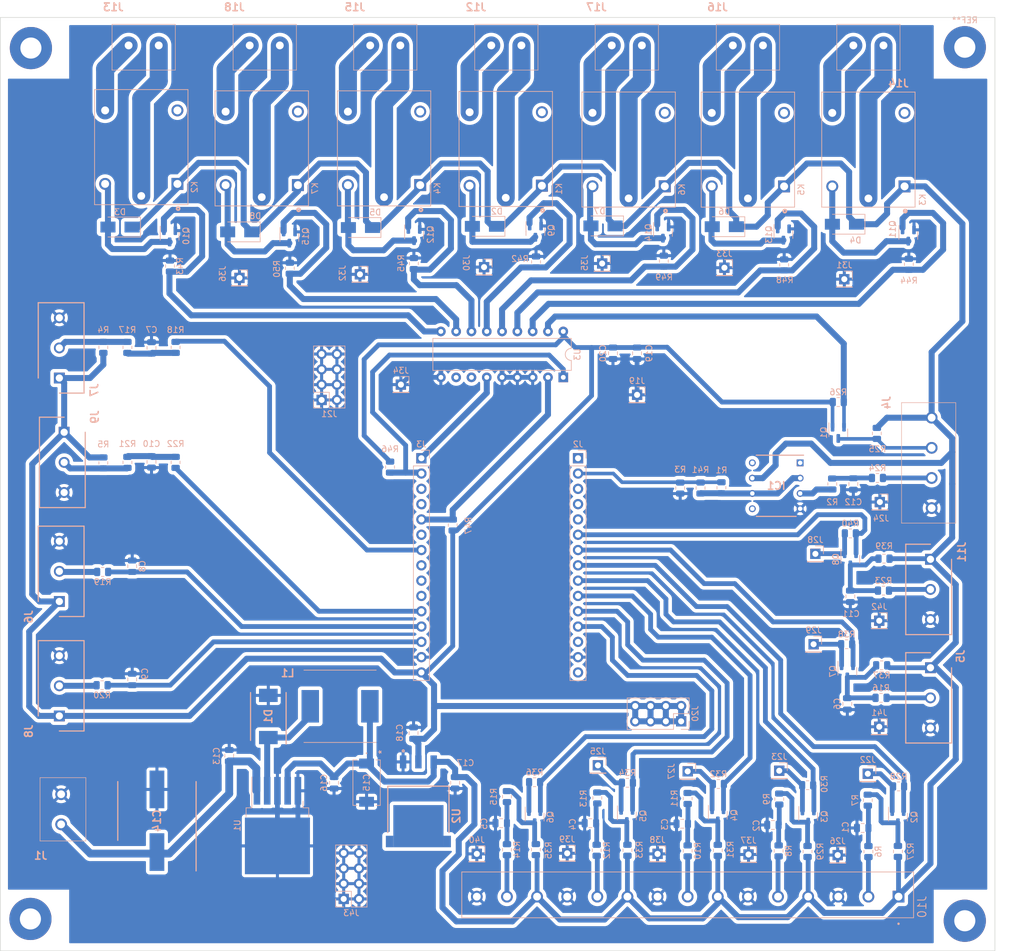
<source format=kicad_pcb>
(kicad_pcb (version 20211014) (generator pcbnew)
  (layers (0 "F.Cu" signal) (31 "B.Cu" signal) (34 "B.Paste" user) (35 "F.Paste" user) (36 "B.SilkS" user "B.Silkscreen") (37 "F.SilkS" user "F.Silkscreen") (38 "B.Mask" user) (39 "F.Mask" user) (44 "Edge.Cuts" user))
  (net 0 "")
  (net 1 "Net-(C1-Pad1)")
  (net 2 "GND")
  (net 3 "Net-(C2-Pad1)")
  (net 4 "Net-(C3-Pad1)")
  (net 5 "Net-(C4-Pad1)")
  (net 6 "Net-(C5-Pad1)")
  (net 7 "/Entradas/Data_SensorCO2")
  (net 8 "Net-(C7-Pad1)")
  (net 9 "/Entradas/TDS_Analog")
  (net 10 "/Entradas/Ilum_Analog")
  (net 11 "Net-(C10-Pad1)")
  (net 12 "/Entradas/Data_SensorFlujo")
  (net 13 "/Entradas/pH__Analog")
  (net 14 "/Fuentes/VIN_24V")
  (net 15 "+5V")
  (net 16 "+3.3V")
  (net 17 "Net-(D2-Pad2)")
  (net 18 "Net-(D3-Pad2)")
  (net 19 "Net-(D4-Pad2)")
  (net 20 "Net-(D5-Pad2)")
  (net 21 "Net-(D6-Pad2)")
  (net 22 "Net-(D7-Pad2)")
  (net 23 "Net-(D8-Pad2)")
  (net 25 "Net-(IC1-Pad2)")
  (net 27 "/Entradas/pH_Analog")
  (net 29 "/Microcontrolador/SensorFlujo")
  (net 30 "/Microcontrolador/SensorCO2")
  (net 31 "/Microcontrolador/SensorNivel_5")
  (net 32 "/Microcontrolador/SensorNivel_4")
  (net 33 "/Microcontrolador/SensorNivel_3")
  (net 34 "/Microcontrolador/SensorNivel_2")
  (net 35 "/Microcontrolador/SensorNivel_1")
  (net 37 "/Microcontrolador/MCP23008_RESET")
  (net 38 "/Microcontrolador/MCP23008_SCL")
  (net 40 "unconnected-(J3-Pad4)")
  (net 41 "/Microcontrolador/MCP23008_SDA")
  (net 43 "/Entradas/Data_SensorTempSumerg")
  (net 47 "/Entradas/Data_SensorTempHum")
  (net 50 "/Entradas/Trigger_pH")
  (net 51 "/Entradas/SensorpH")
  (net 52 "/Entradas/SensorCO2")
  (net 53 "/Entradas/SensorTDS")
  (net 54 "/Entradas/SensorTempSumerg")
  (net 55 "/Entradas/SensorIlum")
  (net 56 "/Entradas/SensorTempHum")
  (net 57 "/Entradas/SensorNivel_1")
  (net 58 "/Entradas/SensorNivel_2")
  (net 59 "/Entradas/SensorNivel_3")
  (net 60 "/Entradas/SensorNivel_4")
  (net 61 "/Entradas/SensorNivel_5")
  (net 62 "/Entradas/SensorFlujo")
  (net 63 "Net-(J12-Pad1)")
  (net 64 "Net-(J12-Pad2)")
  (net 65 "Net-(J13-Pad1)")
  (net 66 "Net-(J13-Pad2)")
  (net 67 "Net-(J14-Pad1)")
  (net 68 "Net-(J14-Pad2)")
  (net 69 "Net-(J15-Pad1)")
  (net 70 "Net-(J15-Pad2)")
  (net 71 "Net-(J16-Pad1)")
  (net 72 "Net-(J16-Pad2)")
  (net 73 "Net-(J17-Pad1)")
  (net 74 "Net-(J17-Pad2)")
  (net 75 "Net-(J18-Pad1)")
  (net 76 "Net-(J18-Pad2)")
  (net 85 "/Entradas/Data_SensorNivel_1")
  (net 86 "/Entradas/Data_SensorNivel_2")
  (net 87 "/Entradas/Data_SensorNivel_3")
  (net 88 "/Entradas/Data_SensorNivel_4")
  (net 89 "/Entradas/Data_SensorNivel_5")
  (net 90 "/Microcontrolador/Rele_4")
  (net 91 "/Microcontrolador/Rele_7")
  (net 92 "/Microcontrolador/Rele_1")
  (net 93 "/Microcontrolador/Rele_5")
  (net 94 "/Microcontrolador/Rele_2")
  (net 95 "/Microcontrolador/Rele_3")
  (net 96 "/Microcontrolador/Rele_6")
  (net 97 "/Microcontrolador/Trigger__pH")
  (net 100 "Net-(IC1-Pad3)")
  (net 103 "Net-(D1-Pad1)")
  (footprint "Package_TO_SOT_SMD:TO-263-5_TabPin3" (layer "B.Cu") (at 178.420714 187.48 -90)
    (fp_text reference "U1")
    (fp_text value "LM2596S-5")
  )
  (footprint "Resistor_SMD:R_0805_2012Metric" (layer "B.Cu") (at 236.520714 180.38 180)
    (fp_text reference "R34")
    (fp_text value "10K, 1/8W")
  )
  (footprint "Package_TO_SOT_SMD:SOT-23" (layer "B.Cu") (at 273.020714 161.88 -90)
    (fp_text reference "Q7")
    (fp_text value "2N7002")
  )
  (footprint "Resistor_SMD:R_0805_2012Metric" (layer "B.Cu") (at 153.520714 108.105 -90)
    (fp_text reference "R17")
    (fp_text value "50, 1/8W")
  )
  (footprint "Package_TO_SOT_SMD:SOT-23" (layer "B.Cu") (at 281.420714 186.08 -90)
    (fp_text reference "Q2")
    (fp_text value "2N7002")
  )
  (footprint "SRD-05VDC-SL-C-Version_2:RELAY_SRD-05VDC-SL-C" (layer "B.Cu") (at 256.520714 75.28 90)
    (fp_text reference "K5")
    (fp_text value "SRD-05VDC-SL-C")
  )
  (footprint "TB002-500-03BE:SHDR3W100P0X500_1X3_1500X760X1000P" (layer "B.Cu") (at 142.220714 150.28 90)
    (fp_text reference "J6")
    (fp_text value "Terminal_Sensor_TDS" hide)
  )
  (footprint "Package_TO_SOT_SMD:SOT-23" (layer "B.Cu") (at 273.520714 143.28 -90)
    (fp_text reference "Q8")
    (fp_text value "2N7002")
  )
  (footprint "Connector_PinHeader_2.54mm:PinHeader_1x01_P2.54mm_Vertical" (layer "B.Cu") (at 261.720714 178.38 180)
    (fp_text reference "J23")
    (fp_text value "Pin_3V3")
  )
  (footprint "TPSE227K010R0100:TPSE227K016R0100V" (layer "B.Cu") (at 193.220714 180.353101 -90)
    (fp_text reference "C15")
    (fp_text value "470 uF, 50V" hide)
  )
  (footprint "Capacitor_SMD:C_0805_2012Metric" (layer "B.Cu") (at 245.620714 187.18 180)
    (fp_text reference "C3")
    (fp_text value "1 nF")
  )
  (footprint "TB002-500-02BE:TB00250002BE" (layer "B.Cu") (at 254.020714 57.98)
    (fp_text reference "J16")
    (fp_text value "Rele_2" hide)
  )
  (footprint "Resistor_SMD:R_0805_2012Metric" (layer "B.Cu") (at 277.920714 122.38 90)
    (fp_text reference "R25")
    (fp_text value "10K, 1/8W")
  )
  (footprint "Resistor_SMD:R_0805_2012Metric" (layer "B.Cu") (at 245.280714 131.46 -90)
    (fp_text reference "R3")
    (fp_text value "10K, 1/8W")
  )
  (footprint "Package_TO_SOT_SMD:SOT-23" (layer "B.Cu") (at 266.520714 185.98 -90)
    (fp_text reference "Q3")
    (fp_text value "2N7002")
  )
  (footprint "" (layer "B.Cu") (at 137.500714 58.42 180)
    (fp_text reference "")
    (fp_text value "")
  )
  (footprint "Diode_SMD:D_SMA" (layer "B.Cu") (at 192.200714 88.21 180)
    (fp_text reference "D5")
    (fp_text value "M7")
  )
  (footprint "Resistor_SMD:R_0805_2012Metric" (layer "B.Cu") (at 149.408214 145.38)
    (fp_text reference "R19")
    (fp_text value "50, 1/8W")
  )
  (footprint "Resistor_SMD:R_0805_2012Metric" (layer "B.Cu") (at 160.590714 94.6 90)
    (fp_text reference "R43")
    (fp_text value "10K, 1/8W")
  )
  (footprint "Connector_PinHeader_2.54mm:PinHeader_1x01_P2.54mm_Vertical" (layer "B.Cu") (at 252.620714 94.88 180)
    (fp_text reference "J33")
    (fp_text value "Pin GND")
  )
  (footprint "Connector_PinHeader_2.54mm:PinHeader_1x01_P2.54mm_Vertical" (layer "B.Cu") (at 211.520714 192.18 180)
    (fp_text reference "J40")
    (fp_text value "Pin GND")
  )
  (footprint "Capacitor_SMD:C_0805_2012Metric" (layer "B.Cu") (at 201.020714 172.13 90)
    (fp_text reference "C18")
    (fp_text value "10 uF, 50V")
  )
  (footprint "LM1117SX-3V3-NOPB:KTT0003B" (layer "B.Cu") (at 201.820714 189.58 90)
    (fp_text reference "U2")
    (fp_text value "LM1117-3.3" hide)
  )
  (footprint "Resistor_SMD:R_0805_2012Metric" (layer "B.Cu") (at 231.520714 182.8925 90)
    (fp_text reference "R13")
    (fp_text value "50, 1/8W")
  )
  (footprint "Capacitor_SMD:C_0805_2012Metric" (layer "B.Cu") (at 260.670714 187.38 180)
    (fp_text reference "C2")
    (fp_text value "1 nF")
  )
  (footprint "Capacitor_SMD:C_0805_2012Metric" (layer "B.Cu") (at 234.120714 109.08 -90)
    (fp_text reference "C20")
    (fp_text value "100 nF, 50V")
  )
  (footprint "" (layer "B.Cu") (at 137.420714 202.98 180)
    (fp_text reference "")
    (fp_text value "")
  )
  (footprint "Package_TO_SOT_SMD:SOT-23" (layer "B.Cu") (at 251.520714 185.78 -90)
    (fp_text reference "Q4")
    (fp_text value "2N7002")
  )
  (footprint "Resistor_SMD:R_0805_2012Metric" (layer "B.Cu") (at 246.520714 191.68 90)
    (fp_text reference "R10")
    (fp_text value "50, 1/8W")
  )
  (footprint "UA741CP:DIP794W53P254L959H508Q8N" (layer "B.Cu") (at 261.220714 131.08 180)
    (fp_text reference "IC1")
    (fp_text value "UA741CP" hide)
  )
  (footprint "SRD-05VDC-SL-C-Version_2:RELAY_SRD-05VDC-SL-C" (layer "B.Cu") (at 216.320714 75.1675 90)
    (fp_text reference "K1")
    (fp_text value "SRD-05VDC-SL-C")
  )
  (footprint "Resistor_SMD:R_0805_2012Metric" (layer "B.Cu") (at 248.660714 131.45 90)
    (fp_text reference "R41")
    (fp_text value "10K, 1/8W")
  )
  (footprint "Capacitor_SMD:C_0805_2012Metric" (layer "B.Cu") (at 275.570714 187.88 180)
    (fp_text reference "C1")
    (fp_text value "1 nF")
  )
  (footprint "Capacitor_SMD:C_0805_2012Metric" (layer "B.Cu") (at 154.320714 144.43 90)
    (fp_text reference "C8")
    (fp_text value "1 nF")
  )
  (footprint "B340-13-F:DIOM7959X250N" (layer "B.Cu") (at 176.910714 169.37 90)
    (fp_text reference "D1")
    (fp_text value "B340-13-F" hide)
  )
  (footprint "Resistor_SMD:R_0805_2012Metric" (layer "B.Cu") (at 281.420714 191.7675 -90)
    (fp_text reference "R27")
    (fp_text value "10K, 1/8W")
  )
  (footprint "Connector_PinHeader_2.54mm:PinHeader_1x01_P2.54mm_Vertical" (layer "B.Cu") (at 192.120714 95.98 180)
    (fp_text reference "J32")
    (fp_text value "Pin GND")
  )
  (footprint "VE-471M1HTR-1316:CAPAE1300X1650N" (layer "B.Cu") (at 158.420714 186.68 90)
    (fp_text reference "C14")
    (fp_text value "470 uF, 50V" hide)
  )
  (footprint "Resistor_SMD:R_0805_2012Metric" (layer "B.Cu") (at 161.520714 127.1925 -90)
    (fp_text reference "R22")
    (fp_text value "50, 1/8W")
  )
  (footprint "Capacitor_SMD:C_0805_2012Metric" (layer "B.Cu") (at 157.520714 108.1925 90)
    (fp_text reference "C7")
    (fp_text value "1 nF")
  )
  (footprint "Connector_PinHeader_2.54mm:PinHeader_1x01_P2.54mm_Vertical" (layer "B.Cu") (at 198.920714 114.28 180)
    (fp_text reference "J34")
    (fp_text value "Pin GND")
  )
  (footprint "SRD-05VDC-SL-C-Version_2:RELAY_SRD-05VDC-SL-C" (layer "B.Cu") (at 155.820714 74.8675 90)
    (fp_text reference "K2")
    (fp_text value "SRD-05VDC-SL-C")
  )
  (footprint "Resistor_SMD:R_0805_2012Metric" (layer "B.Cu") (at 278.620714 166.28 180)
    (fp_text reference "R16")
    (fp_text value "50, 1/8W")
  )
  (footprint "Connector_PinHeader_2.54mm:PinHeader_1x01_P2.54mm_Vertical" (layer "B.Cu") (at 267.420714 157.38 180)
    (fp_text reference "J29")
    (fp_text value "Pin_3V3")
  )
  (footprint "TB002-500-15BE:CUI_TB002-500-15BE" (layer "B.Cu") (at 281.520714 199.28 180)
    (fp_text reference "J10")
    (fp_text value "Terminal_Sensores_Nivel")
  )
  (footprint "Resistor_SMD:R_0805_2012Metric" (layer "B.Cu") (at 149.320714 164.18)
    (fp_text reference "R20")
    (fp_text value "50, 1/8W")
  )
  (footprint "TB002-500-03BE:SHDR3W100P0X500_1X3_1500X760X1000P" (layer "B.Cu") (at 286.820714 161.28 -90)
    (fp_text reference "J5")
    (fp_text value "Terminal_Sensor_CO2" hide)
  )
  (footprint "Capacitor_SMD:C_0805_2012Metric" (layer "B.Cu") (at 273.020714 167.28 -90)
    (fp_text reference "C6")
    (fp_text value "1 nF")
  )
  (footprint "Connector_PinHeader_2.54mm:PinHeader_1x01_P2.54mm_Vertical" (layer "B.Cu") (at 232.320714 94.18 180)
    (fp_text reference "J35")
    (fp_text value "Pin GND")
  )
  (footprint "Connector_PinHeader_2.54mm:PinHeader_1x01_P2.54mm_Vertical" (layer "B.Cu") (at 271.420714 192.38 180)
    (fp_text reference "J26")
    (fp_text value "Pin GND")
  )
  (footprint "Resistor_SMD:R_0805_2012Metric" (layer "B.Cu") (at 276.420714 183.2675 90)
    (fp_text reference "R7")
    (fp_text value "50, 1/8W")
  )
  (footprint "SRD-05VDC-SL-C-Version_2:RELAY_SRD-05VDC-SL-C" (layer "B.Cu") (at 175.820714 75.0675 90)
    (fp_text reference "K7")
    (fp_text value "SRD-05VDC-SL-C")
  )
  (footprint "Connector_PinHeader_2.54mm:PinHeader_2x04_P2.54mm_Vertical" (layer "B.Cu") (at 245.435714 170.175 90)
    (fp_text reference "J20")
    (fp_text value "Conector 3V3")
  )
  (footprint "Package_TO_SOT_SMD:SOT-23" (layer "B.Cu") (at 242.410714 89.04 -90)
    (fp_text reference "Q14")
    (fp_text value "2N7002")
  )
  (footprint "Capacitor_SMD:C_0805_2012Metric" (layer "B.Cu") (at 154.320714 163.23 90)
    (fp_text reference "C9")
    (fp_text value "1 nF")
  )
  (footprint "MountingHole:MountingHole_3.5mm_Pad" (layer "B.Cu") (at 292.520714 58.28 180)
    (fp_text reference "REF**")
    (fp_text value "MountingHole_3.5mm_Pad")
  )
  (footprint "TB002-500-03BE:SHDR3W100P0X500_1X3_1500X760X1000P" (layer "B.Cu") (at 142.220714 169.28 90)
    (fp_text reference "J8")
    (fp_text value "Terminal_Sensor_Iluminacion" hide)
  )
  (footprint "SRD-05VDC-SL-C-Version_2:RELAY_SRD-05VDC-SL-C" (layer "B.Cu") (at 236.720714 75.2675 90)
    (fp_text reference "K6")
    (fp_text value "SRD-05VDC-SL-C")
  )
  (footprint "Connector_PinHeader_2.54mm:PinHeader_1x01_P2.54mm_Vertical" (layer "B.Cu") (at 256.620714 192.28 180)
    (fp_text reference "J37")
    (fp_text value "Pin GND")
  )
  (footprint "Connector_PinHeader_2.54mm:PinHeader_1x01_P2.54mm_Vertical" (layer "B.Cu") (at 278.420714 133.78 180)
    (fp_text reference "J24")
    (fp_text value "Pin GND")
  )
  (footprint "Resistor_SMD:R_0805_2012Metric" (layer "B.Cu") (at 273.520714 138.98 180)
    (fp_text reference "R40")
    (fp_text value "10K, 1/8W")
  )
  (footprint "Resistor_SMD:R_0805_2012Metric" (layer "B.Cu") (at 271.520714 117.18 180)
    (fp_text reference "R26")
    (fp_text value "10K, 1/8W")
  )
  (footprint "TB002-500-02BE:TB00250002BE" (layer "B.Cu") (at 173.820714 57.98)
    (fp_text reference "J18")
    (fp_text value "Rele_6" hide)
  )
  (footprint "Capacitor_SMD:C_0805_2012Metric" (layer "B.Cu") (at 230.370714 187.08 180)
    (fp_text reference "C4")
    (fp_text value "1 nF")
  )
  (footprint "7447709470:WE-PD_1260_1245_1280_121054" (layer "B.Cu") (at 188.820714 167.68)
    (fp_text reference "L1")
    (fp_text value "47 uH" hide)
  )
  (footprint "Package_DIP:DIP-18_W7.62mm" (layer "B.Cu") (at 225.870714 113.08 90)
    (fp_text reference "U3")
    (fp_text value "MCP23008-xP")
  )
  (footprint "Package_TO_SOT_SMD:SOT-23" (layer "B.Cu") (at 262.410714 89.37 -90)
    (fp_text reference "Q13")
    (fp_text value "2N7002")
  )
  (footprint "SRD-05VDC-SL-C-Version_2:RELAY_SRD-05VDC-SL-C" (layer "B.Cu") (at 196.120714 75.0675 90)
    (fp_text reference "K4")
    (fp_text value "SRD-05VDC-SL-C")
  )
  (footprint "Resistor_SMD:R_0805_2012Metric" (layer "B.Cu") (at 251.520714 191.5925 -90)
    (fp_text reference "R31")
    (fp_text value "10K, 1/8W")
  )
  (footprint "Resistor_SMD:R_0805_2012Metric" (layer "B.Cu") (at 149.520714 108.105 90)
    (fp_text reference "R4")
    (fp_text value "4,7K, 1/8W")
  )
  (footprint "Package_TO_SOT_SMD:SOT-23" (layer "B.Cu") (at 236.420714 185.88 -90)
    (fp_text reference "Q5")
    (fp_text value "2N7002")
  )
  (footprint "Package_TO_SOT_SMD:SOT-23" (layer "B.Cu") (at 180.400714 89.87 -90)
    (fp_text reference "Q15")
    (fp_text value "2N7002")
  )
  (footprint "Capacitor_SMD:C_0805_2012Metric" (layer "B.Cu") (at 187.820714 180.38 -90)
    (fp_text reference "C16")
    (fp_text value "100 nF, 50V")
  )
  (footprint "Resistor_SMD:R_0805_2012Metric" (layer "B.Cu") (at 266.433214 180.78 180)
    (fp_text reference "R30")
    (fp_text value "10K, 1/8W")
  )
  (footprint "Capacitor_SMD:C_0805_2012Metric" (layer "B.Cu") (at 238.120714 109.08 -90)
    (fp_text reference "C19")
    (fp_text value "10 uF, 50V")
  )
  (footprint "Connector_PinHeader_2.54mm:PinHeader_1x01_P2.54mm_Vertical" (layer "B.Cu") (at 241.520714 192.18 180)
    (fp_text reference "J38")
    (fp_text value "Pin GND")
  )
  (footprint "Package_TO_SOT_SMD:SOT-23" (layer "B.Cu") (at 271.520714 122.28 -90)
    (fp_text reference "Q1")
    (fp_text value "2N7002")
  )
  (footprint "TB001-500-04BE:TB00150004BE" (layer "B.Cu") (at 287.020714 119.78 -90)
    (fp_text reference "J4")
    (fp_text value "Terminal_Sensor_pH" hide)
  )
  (footprint "Capacitor_SMD:C_0805_2012Metric" (layer "B.Cu") (at 207.920714 180.38 -90)
    (fp_text reference "C17")
    (fp_text value "10 uF, 50V")
  )
  (footprint "Connector_PinHeader_2.54mm:PinHeader_1x01_P2.54mm_Vertical" (layer "B.Cu") (at 276.420714 178.88 180)
    (fp_text reference "J22")
    (fp_text value "Pin_3V3")
  )
  (footprint "Resistor_SMD:R_0805_2012Metric" (layer "B.Cu") (at 153.520714 127.1925 90)
    (fp_text reference "R21")
    (fp_text value "50, 1/8W")
  )
  (footprint "TB002-500-02BE:TB00250002BE" (layer "B.Cu") (at 153.720714 57.98)
    (fp_text reference "J13")
    (fp_text value "Rele_7" hide)
  )
  (footprint "Capacitor_SMD:C_0805_2012Metric" (layer "B.Cu") (at 157.520714 127.105 -90)
    (fp_text reference "C10")
    (fp_text value "1 nF")
  )
  (footprint "TB002-500-03BE:SHDR3W100P0X500_1X3_1500X760X1000P" (layer "B.Cu") (at 142.220714 113.1925 90)
    (fp_text reference "J7")
    (fp_text value "Terminal_Sensor_Temp_Sumerg" hide)
  )
  (footprint "Resistor_SMD:R_0805_2012Metric" (layer "B.Cu") (at 207.520714 137.5925 90)
    (fp_text reference "R47")
    (fp_text value "4.7K, 1/8W")
  )
  (footprint "Resistor_SMD:R_0805_2012Metric" (layer "B.Cu") (at 201.070714 94.19 90)
    (fp_text reference "R45")
    (fp_text value "10K, 1/8W")
  )
  (footprint "Connector_PinHeader_2.54mm:PinHeader_1x01_P2.54mm_Vertical" (layer "B.Cu") (at 212.720714 94.78 180)
    (fp_text reference "J30")
    (fp_text value "Pin GND")
  )
  (footprint "Resistor_SMD:R_0805_2012Metric" (layer "B.Cu") (at 216.520714 182.6675 90)
    (fp_text reference "R15")
    (fp_text value "50, 1/8W")
  )
  (footprint "Diode_SMD:D_SMA" (layer "B.Cu") (at 232.460714 87.94 180)
    (fp_text reference "D7")
    (fp_text value "M7")
  )
  (footprint "Capacitor_SMD:C_0805_2012Metric" (layer "B.Cu") (at 170.420714 175.88 90)
    (fp_text reference "C13")
    (fp_text value "100 nF, 50V")
  )
  (footprint "Resistor_SMD:R_0805_2012Metric" (layer "B.Cu") (at 161.520714 108.105 90)
    (fp_text reference "R18")
    (fp_text value "50, 1/8W")
  )
  (footprint "Resistor_SMD:R_0805_2012Metric" (layer "B.Cu") (at 216.520714 191.48 90)
    (fp_text reference "R14")
    (fp_text value "50, 1/8W")
  )
  (footprint "TB002-500-03BE:SHDR3W100P0X500_1X3_1500X760X1000P" (layer "B.Cu") (at 286.820714 143.28 -90)
    (fp_text reference "J11")
    (fp_text value "Terminal_Sensor_Flujo" hide)
  )
  (footprint "Resistor_SMD:R_0805_2012Metric" (layer "B.Cu") (at 261.720714 183.08 90)
    (fp_text reference "R9")
    (fp_text value "50, 1/8W")
  )
  (footprint "" (layer "B.Cu") (at 292.520714 203.28 180)
    (fp_text reference "")
    (fp_text value "")
  )
  (footprint "TB002-500-02BE:TB00250002BE" (layer "B.Cu") (at 142.520714 187.28 90)
    (fp_text reference "J1")
    (fp_text value "VIN" hide)
  )
  (footprint "Resistor_SMD:R_0805_2012Metric" (layer "B.Cu") (at 197.120714 127.98 -90)
    (fp_text reference "R46")
    (fp_text value "4.7K, 1/8W")
  )
  (footprint "TB002-500-02BE:TB00250002BE" (layer "B.Cu") (at 274.020714 57.98)
    (fp_text reference "J14")
    (fp_text value "Rele_1" hide)
  )
  (footprint "TB002-500-03BE:SHDR3W100P0X500_1X3_1500X760X1000P" (layer "B.Cu") (at 143.020714 122.1925 -90)
    (fp_text reference "J9")
    (fp_text value "Terminal_Sensor_Temp_y_Hum" hide)
  )
  (footprint "Resistor_SMD:R_0805_2012Metric" (layer "B.Cu") (at 283.230714 94.31 90)
    (fp_text reference "R44")
    (fp_text value "10K, 1/8W")
  )
  (footprint "Resistor_SMD:R_0805_2012Metric" (layer "B.Cu") (at 281.533214 180.98 180)
    (fp_text reference "R28")
    (fp_text value "10K, 1/8W")
  )
  (footprint "Resistor_SMD:R_0805_2012Metric" (layer "B.Cu") (at 272.908214 157.38 180)
    (fp_text reference "R38")
    (fp_text value "10K, 1/8W")
  )
  (footprint "Package_TO_SOT_SMD:SOT-23" (layer "B.Cu") (at 201.100714 89.4525 -90)
    (fp_text reference "Q12")
    (fp_text value "2N7002")
  )
  (footprint "Connector_PinHeader_2.54mm:PinHeader_1x15_P2.54mm_Vertical" (layer "B.Cu") (at 202.320714 126.505 180)
    (fp_text reference "J3")
    (fp_text value "Conn_01x15")
  )
  (footprint "Resistor_SMD:R_0805_2012Metric" (layer "B.Cu") (at 221.320714 191.4675 -90)
    (fp_text reference "R35")
    (fp_text value "10K, 1/8W")
  )
  (footprint "Connector_PinHeader_2.54mm:PinHeader_1x15_P2.54mm_Vertical" (layer "B.Cu") (at 228.320714 126.505 180)
    (fp_text reference "J2")
    (fp_text value "Conn_01x15")
  )
  (footprint "Connector_PinHeader_2.54mm:PinHeader_1x01_P2.54mm_Vertical" (layer "B.Cu") (at 278.320714 171.08 180)
    (fp_text reference "J41")
    (fp_text value "Pin GND")
  )
  (footprint "Connector_PinHeader_2.54mm:PinHeader_1x01_P2.54mm_Vertical" (layer "B.Cu") (at 278.320714 153.48 180)
    (fp_text reference "J42")
    (fp_text value "Pin GND")
  )
  (footprint "Connector_PinHeader_2.54mm:PinHeader_1x01_P2.54mm_Vertical" (layer "B.Cu") (at 267.720714 142.38 180)
    (fp_text reference "J28")
    (fp_text value "Pin_3V3")
  )
  (footprint "Resistor_SMD:R_0805_2012Metric" (layer "B.Cu") (at 236.520714 191.58 -90)
    (fp_text reference "R33")
    (fp_text value "10K, 1/8W")
  )
  (footprint "Connector_PinHeader_2.54mm:PinHeader_1x01_P2.54mm_Vertical" (layer "B.Cu") (at 226.520714 192.08 180)
    (fp_text reference "J39")
    (fp_text value "Pin GND")
  )
  (footprint "Package_TO_SOT_SMD:SOT-23" (layer "B.Cu") (at 160.530714 89.66 -90)
    (fp_text reference "Q10")
    (fp_text value "2N7002")
  )
  (footprint "Connector_PinHeader_2.54mm:PinHeader_1x01_P2.54mm_Vertical" (layer "B.Cu") (at 172.120714 96.58 180)
    (fp_text reference "J36")
    (fp_text value "Pin GND")
  )
  (footprint "Resistor_SMD:R_0805_2012Metric" (layer "B.Cu") (at 246.520714 182.98 90)
    (fp_text reference "R11")
    (fp_text value "50, 1/8W")
  )
  (footprint "Capacitor_SMD:C_0805_2012Metric" (layer "B.Cu") (at 215.570714 187.08 180)
    (fp_text reference "C5")
    (fp_text value "1 nF")
  )
  (footprint "TB002-500-02BE:TB00250002BE" (layer "B.Cu") (at 193.820714 57.98)
    (fp_text reference "J15")
    (fp_text value "Rele_5" hide)
  )
  (footprint "Resistor_SMD:R_0805_2012Metric" (layer "B.Cu") (at 279.108214 143.18)
    (fp_text reference "R39")
    (fp_text value "10K, 1/8W")
  )
  (footprint "Resistor_SMD:R_0805_2012Metric" (layer "B.Cu") (at 231.420714 191.58 90)
    (fp_text reference "R12")
    (fp_text value "50, 1/8W")
  )
  (footprint "Resistor_SMD:R_0805_2012Metric" (layer "B.Cu") (at 180.480714 94.97 90)
    (fp_text reference "R50")
    (fp_text value "10K, 1/8W")
  )
  (footprint "TB002-500-02BE:TB00250002BE" (layer "B.Cu") (at 213.920714 57.98)
    (fp_text reference "J12")
    (fp_text value "Rele_4" hide)
  )
  (footprint "Diode_SMD:D_SMA" (layer "B.Cu") (at 252.600714 88.07 180)
    (fp_text reference "D6")
    (fp_text value "M7")
  )
  (footprint "Resistor_SMD:R_0805_2012Metric" (layer "B.Cu") (at 261.620714 191.68 90)
    (fp_text reference "R8")
    (fp_text value "50, 1/8W")
  )
  (footprint "Connector_PinHeader_2.54mm:PinHeader_2x04_P2.54mm_Vertical" (layer "B.Cu") (at 185.755714 116.83)
    (fp_text reference "J21")
    (fp_text value "Conector GND")
  )
  (footprint "Connector_PinHeader_2.54mm:PinHeader_1x01_P2.54mm_Vertical" (layer "B.Cu") (at 238.120714 115.98 180)
    (fp_text reference "J19")
    (fp_text value "Pin GND")
  )
  (footprint "Capacitor_SMD:C_0805_2012Metric" (layer "B.Cu") (at 273.520714 149.43 -90)
    (fp_text reference "C11")
    (fp_text value "1 nF")
  )
  (footprint "Resistor_SMD:R_0805_2012Metric" (layer "B.Cu") (at 278.720714 160.88)
    (fp_text reference "R37")
    (fp_text value "10K, 1/8W")
  )
  (footprint "Connector_PinHeader_2.54mm:PinHeader_1x01_P2.54mm_Vertical" (layer "B.Cu") (at 231.620714 177.48 180)
    (fp_text reference "J25")
    (fp_text value "Pin_3V3")
  )
  (footprint "Package_TO_SOT_SMD:SOT-23" (layer "B.Cu") (at 283.140714 89.5325 -90)
    (fp_text reference "Q11")
    (fp_text value "2N7002")
  )
  (footprint "SRD-05VDC-SL-C-Version_2:RELAY_SRD-05VDC-SL-C" (layer "B.Cu") (at 276.520714 75.28 90)
    (fp_text reference "K3")
    (fp_text value "SRD-05VDC-SL-C")
  )
  (footprint "Resistor_SMD:R_0805_2012Metric" (layer "B.Cu") (at 276.520714 191.7925 90)
    (fp_text reference "R6")
    (fp_text value "50, 1/8W")
  )
  (footprint "Diode_SMD:D_SMA" (layer "B.Cu") (at 152.290714 88.13 180)
    (fp_text reference "D3")
    (fp_text value "M7")
  )
  (footprint "Resistor_SMD:R_0805_2012Metric" (layer "B.Cu") (at 252.120714 131.405 90)
    (fp_text reference "R1")
    (fp_text value "10K, 1/8W")
  )
  (footprint "Resistor_SMD:R_0805_2012Metric" (layer "B.Cu") (at 221.350714 93.92 90)
    (fp_text reference "R42")
    (fp_text value "10K, 1/8W")
  )
  (footprint "Package_TO_SOT_SMD:SOT-23" (layer "B.Cu") (at 221.240714 88.8875 -90)
    (fp_text reference "Q9")
    (fp_text value "2N7002")
  )
  (footprint "Package_TO_SOT_SMD:SOT-23" (layer "B.Cu") (at 221.120714 186.08 -90)
    (fp_text reference "Q6")
    (fp_text value "2N7002")
  )
  (footprint "Resistor_SMD:R_0805_2012Metric" (layer "B.Cu") (at 251.620714 180.58 180)
    (fp_text reference "R32")
    (fp_text value "10K, 1/8W")
  )
  (footprint "Diode_SMD:D_SMA" (layer "B.Cu") (at 272.540714 87.66 180)
    (fp_text reference "D4")
    (fp_text value "M7")
  )
  (footprint "Connector_PinHeader_2.54mm:PinHeader_2x04_P2.54mm_Vertical" (layer "B.Cu") (at 189.420714 199.66)
    (fp_text reference "J43")
    (fp_text value "Conector GND")
  )
  (footprint "Resistor_SMD:R_0805_2012Metric" (layer "B.Cu") (at 262.540714 94.41 90)
    (fp_text reference "R48")
    (fp_text value "10K, 1/8W")
  )
  (footprint "TB002-500-02BE:TB00250002BE" (layer "B.Cu") (at 233.920714 57.98)
    (fp_text reference "J17")
    (fp_text value "Rele_3" hide)
  )
  (footprint "Resistor_SMD:R_0805_2012Metric" (layer "B.Cu") (at 149.520714 127.28 -90)
    (fp_text reference "R5")
    (fp_text value "4,7K, 1/8W")
  )
  (footprint "Resistor_SMD:R_0805_2012Metric" (layer "B.Cu") (at 242.560714 93.7925 90)
    (fp_text reference "R49")
    (fp_text value "10K, 1/8W")
  )
  (footprint "Connector_PinHeader_2.54mm:PinHeader_1x01_P2.54mm_Vertical" (layer "B.Cu") (at 272.520714 96.78 180)
    (fp_text reference "J31")
    (fp_text value "Pin GND")
  )
  (footprint "Resistor_SMD:R_0805_2012Metric" (layer "B.Cu") (at 278.020714 129.78 180)
    (fp_text reference "R24")
    (fp_text value "50, 1/8W")
  )
  (footprint "Connector_PinHeader_2.54mm:PinHeader_1x01_P2.54mm_Vertical" (layer "B.Cu") (at 246.520714 178.48 180)
    (fp_text reference "J27")
    (fp_text value "Pin_3V3")
  )
  (footprint "Resistor_SMD:R_0805_2012Metric" (layer "B.Cu") (at 279.020714 148.48 180)
    (fp_text reference "R23")
    (fp_text value "50, 1/8W")
  )
  (footprint "Diode_SMD:D_SMA" (layer "B.Cu") (at 172.160714 88.93 180)
    (fp_text reference "D8")
    (fp_text value "M7")
  )
  (footprint "Resistor_SMD:R_0805_2012Metric" (layer "B.Cu") (at 221.108214 180.28 180)
    (fp_text reference "R36")
    (fp_text value "10K, 1/8W")
  )
  (footprint "Diode_SMD:D_SMA" (layer "B.Cu") (at 212.780714 88.01 180)
    (fp_text reference "D2")
    (fp_text value "M7")
  )
  (footprint "Capacitor_SMD:C_0805_2012Metric" (layer "B.Cu") (at 274.020714 130.78 -90)
    (fp_text reference "C12")
    (fp_text value "1 nF")
  )
  (footprint "Resistor_SMD:R_0805_2012Metric" (layer "B.Cu") (at 270.520714 130.78 90)
    (fp_text reference "R2")
    (fp_text value "1,5K, 1/8W")
  )
  (footprint "Resistor_SMD:R_0805_2012Metric" (layer "B.Cu") (at 266.420714 191.78 -90)
    (fp_text reference "R29")
    (fp_text value "10K, 1/8W")
  )
  (gr_rect (start 132.420714 208.28) (end 297.520714 53.34) (layer "Edge.Cuts") (width 0.1) (fill none))
  (segment (start 276.520714 184.28) (end 276.420714 184.18) (width 0.8) (layer "B.Cu") (net 1))
  (segment (start 276.520714 190.88) (end 276.520714 187.88) (width 0.8) (layer "B.Cu") (net 1))
  (segment (start 276.520714 187.88) (end 276.520714 184.28) (width 0.8) (layer "B.Cu") (net 1))
  (segment (start 218.250714 113.08) (end 215.710714 113.08) (width 0.8) (layer "B.Cu") (net 2))
  (segment (start 215.710714 111.77) (end 215.710714 113.08) (width 0.8) (layer "B.Cu") (net 2))
  (segment (start 181.820714 181.705) (end 181.820714 187.455) (width 0.8) (layer "B.Cu") (net 2))
  (segment (start 206.320714 110.98) (end 214.920714 110.98) (width 0.8) (layer "B.Cu") (net 2))
  (segment (start 205.550714 111.75) (end 206.320714 110.98) (width 0.8) (layer "B.Cu") (net 2))
  (segment (start 205.550714 113.08) (end 205.550714 111.75) (width 0.8) (layer "B.Cu") (net 2))
  (segment (start 220.790714 113.08) (end 218.250714 113.08) (width 0.8) (layer "B.Cu") (net 2))
  (segment (start 205.550714 113.08) (end 200.120714 113.08) (width 0.8) (layer "B.Cu") (net 2))
  (segment (start 181.820714 187.455) (end 178.420714 190.855) (width 0.8) (layer "B.Cu") (net 2))
  (segment (start 214.920714 110.98) (end 215.710714 111.77) (width 0.8) (layer "B.Cu") (net 2))
  (segment (start 178.420714 181.705) (end 178.420714 190.855) (width 0.8) (layer "B.Cu") (net 2))
  (segment (start 238.120714 115.98) (end 238.120714 110.03) (width 0.8) (layer "B.Cu") (net 2))
  (segment (start 200.120714 113.08) (end 198.920714 114.28) (width 0.8) (layer "B.Cu") (net 2))
  (segment (start 261.720714 187.28) (end 261.620714 187.38) (width 0.8) (layer "B.Cu") (net 3))
  (segment (start 261.620714 190.7675) (end 261.620714 187.38) (width 0.8) (layer "B.Cu") (net 3))
  (segment (start 261.720714 183.9925) (end 261.720714 187.28) (width 0.8) (layer "B.Cu") (net 3))
  (segment (start 246.570714 187.18) (end 246.570714 183.9425) (width 0.8) (layer "B.Cu") (net 4))
  (segment (start 246.520714 190.7675) (end 246.520714 187.23) (width 0.8) (layer "B.Cu") (net 4))
  (segment (start 246.520714 187.23) (end 246.570714 187.18) (width 0.8) (layer "B.Cu") (net 4))
  (segment (start 246.570714 183.9425) (end 246.520714 183.8925) (width 0.8) (layer "B.Cu") (net 4))
  (segment (start 231.420714 190.6675) (end 231.420714 187.18) (width 0.8) (layer "B.Cu") (net 5))
  (segment (start 231.320714 187.08) (end 231.320714 184.005) (width 0.8) (layer "B.Cu") (net 5))
  (segment (start 231.420714 187.18) (end 231.320714 187.08) (width 0.8) (layer "B.Cu") (net 5))
  (segment (start 231.320714 184.005) (end 231.520714 183.805) (width 0.8) (layer "B.Cu") (net 5))
  (segment (start 216.520714 187.08) (end 216.520714 183.58) (width 0.8) (layer "B.Cu") (net 6))
  (segment (start 216.520714 190.5675) (end 216.520714 187.08) (width 0.8) (layer "B.Cu") (net 6))
  (segment (start 273.070714 166.28) (end 273.020714 166.33) (width 0.8) (layer "B.Cu") (net 7))
  (segment (start 277.808214 160.88) (end 277.808214 161.0925) (width 0.8) (layer "B.Cu") (net 7))
  (segment (start 277.808214 161.0925) (end 276.020714 162.88) (width 0.8) (layer "B.Cu") (net 7))
  (segment (start 273.083214 162.88) (end 273.020714 162.8175) (width 0.8) (layer "B.Cu") (net 7))
  (segment (start 276.020714 162.88) (end 273.083214 162.88) (width 0.8) (layer "B.Cu") (net 7))
  (segment (start 273.020714 166.33) (end 273.020714 162.8175) (width 0.8) (layer "B.Cu") (net 7))
  (segment (start 277.708214 166.28) (end 273.070714 166.28) (width 0.8) (layer "B.Cu") (net 7))
  (segment (start 157.520714 109.1425) (end 153.645714 109.1425) (width 1) (layer "B.Cu") (net 8))
  (segment (start 161.520714 109.0175) (end 157.645714 109.0175) (width 1) (layer "B.Cu") (net 8))
  (segment (start 153.645714 109.1425) (end 153.520714 109.0175) (width 1) (layer "B.Cu") (net 8))
  (segment (start 157.645714 109.0175) (end 157.520714 109.1425) (width 1) (layer "B.Cu") (net 8))
  (segment (start 202.320714 154.445) (end 172.485714 154.445) (width 0.8) (layer "B.Cu") (net 9))
  (segment (start 150.320714 145.38) (end 154.320714 145.38) (width 0.8) (layer "B.Cu") (net 9))
  (segment (start 172.485714 154.445) (end 163.420714 145.38) (width 0.8) (layer "B.Cu") (net 9))
  (segment (start 163.420714 145.38) (end 154.320714 145.38) (width 0.8) (layer "B.Cu") (net 9))
  (segment (start 202.320714 156.985) (end 167.815714 156.985) (width 0.8) (layer "B.Cu") (net 10))
  (segment (start 154.320714 164.18) (end 150.233214 164.18) (width 0.8) (layer "B.Cu") (net 10))
  (segment (start 167.815714 156.985) (end 160.620714 164.18) (width 0.8) (layer "B.Cu") (net 10))
  (segment (start 154.320714 164.18) (end 160.620714 164.18) (width 0.8) (layer "B.Cu") (net 10))
  (segment (start 153.645714 126.155) (end 153.520714 126.28) (width 1) (layer "B.Cu") (net 11))
  (segment (start 157.520714 126.155) (end 153.645714 126.155) (width 1) (layer "B.Cu") (net 11))
  (segment (start 161.520714 126.28) (end 157.645714 126.28) (width 1) (layer "B.Cu") (net 11))
  (segment (start 157.645714 126.28) (end 157.520714 126.155) (width 1) (layer "B.Cu") (net 11))
  (segment (start 278.195714 143.18) (end 277.120714 143.18) (width 0.8) (layer "B.Cu") (net 12))
  (segment (start 278.108214 148.48) (end 273.520714 148.48) (width 0.8) (layer "B.Cu") (net 12))
  (segment (start 277.120714 143.18) (end 276.083214 144.2175) (width 0.8) (layer "B.Cu") (net 12))
  (segment (start 273.520714 148.48) (end 273.520714 144.2175) (width 0.8) (layer "B.Cu") (net 12))
  (segment (start 276.083214 144.2175) (end 273.520714 144.2175) (width 0.8) (layer "B.Cu") (net 12))
  (segment (start 274.070714 129.78) (end 274.020714 129.83) (width 0.8) (layer "B.Cu") (net 13))
  (segment (start 277.108214 129.78) (end 274.070714 129.78) (width 0.8) (layer "B.Cu") (net 13))
  (segment (start 270.558214 129.83) (end 270.520714 129.8675) (width 0.8) (layer "B.Cu") (net 13))
  (segment (start 274.020714 129.83) (end 270.558214 129.83) (width 0.8) (layer "B.Cu") (net 13))
  (segment (start 174.920714 177.98) (end 174.920714 181.705) (width 1.3) (layer "B.Cu") (net 14))
  (segment (start 173.770714 176.83) (end 174.920714 177.98) (width 1.3) (layer "B.Cu") (net 14))
  (segment (start 170.420714 182.18) (end 170.420714 176.83) (width 1.3) (layer "B.Cu") (net 14))
  (segment (start 160.470714 192.13) (end 158.320714 192.13) (width 1.3) (layer "B.Cu") (net 14))
  (segment (start 170.420714 176.83) (end 173.770714 176.83) (width 1.3) (layer "B.Cu") (net 14))
  (segment (start 160.470714 192.13) (end 170.420714 182.18) (width 1.3) (layer "B.Cu") (net 14))
  (segment (start 158.320714 192.13) (end 147.370714 192.13) (width 1.3) (layer "B.Cu") (net 14))
  (segment (start 147.370714 192.13) (end 142.520714 187.28) (width 1.3) (layer "B.Cu") (net 14))
  (segment (start 251.520714 199.28) (end 254.920714 202.68) (width 1) (layer "B.Cu") (net 15))
  (segment (start 208.520714 192.28) (end 205.820714 194.98) (width 1) (layer "B.Cu") (net 15))
  (segment (start 236.148214 87.94) (end 242.720714 81.3675) (width 1) (layer "B.Cu") (net 15))
  (segment (start 165.308214 77.48) (end 161.820714 80.9675) (width 1) (layer "B.Cu") (net 15))
  (segment (start 222.320714 81.58) (end 215.890714 88.01) (width 1) (layer "B.Cu") (net 15))
  (segment (start 271.920714 77.58) (end 266.320714 77.58) (width 1) (layer "B.Cu") (net 15))
  (segment (start 196.219811 180.18) (end 193.220714 177.180903) (width 1) (layer "B.Cu") (net 15))
  (segment (start 236.520714 192.4925) (end 236.520714 199.28) (width 0.8) (layer "B.Cu") (net 15))
  (segment (start 285.920714 81.38) (end 282.520714 81.38) (width 1) (layer "B.Cu") (net 15))
  (segment (start 205.708214 77.58) (end 202.120714 81.1675) (width 1) (layer "B.Cu") (net 15))
  (segment (start 232.120714 78.08) (end 233.420714 79.38) (width 1) (layer "B.Cu") (net 15))
  (segment (start 258.990714 129.81) (end 257.250714 129.81) (width 1) (layer "B.Cu") (net 15))
  (segment (start 286.720714 143.18) (end 286.820714 143.28) (width 0.8) (layer "B.Cu") (net 15))
  (segment (start 202.120714 81.48) (end 195.390714 88.21) (width 1) (layer "B.Cu") (net 15))
  (segment (start 191.620714 77.58) (end 185.408214 77.58) (width 1) (layer "B.Cu") (net 15))
  (segment (start 290.420714 139.68) (end 290.420714 130.78) (width 1) (layer "B.Cu") (net 15))
  (segment (start 193.220714 177.180903) (end 190.069811 177.180903) (width 1) (layer "B.Cu") (net 15))
  (segment (start 209.770714 179.43) (end 211.120714 180.78) (width 1) (layer "B.Cu") (net 15))
  (segment (start 291.020714 176.48) (end 291.020714 164.58) (width 1) (layer "B.Cu") (net 15))
  (segment (start 213.320714 87.23) (end 213.320714 78.88) (width 1) (layer "B.Cu") (net 15))
  (segment (start 290.420714 125.48) (end 288.620714 127.28) (width 1) (layer "B.Cu") (net 15))
  (segment (start 161.820714 81.63) (end 155.320714 88.13) (width 1) (layer "B.Cu") (net 15))
  (segment (start 281.520714 192.78) (end 281.420714 192.68) (width 0.8) (layer "B.Cu") (net 15))
  (segment (start 215.890714 88.01) (end 214.100714 88.01) (width 1) (layer "B.Cu") (net 15))
  (segment (start 233.420714 79.38) (end 233.420714 86.9) (width 1) (layer "B.Cu") (net 15))
  (segment (start 291.020714 147.48) (end 286.820714 143.28) (width 1) (layer "B.Cu") (net 15))
  (segment (start 193.120714 79.08) (end 191.620714 77.58) (width 1) (layer "B.Cu") (net 15))
  (segment (start 232.720714 203.08) (end 236.520714 199.28) (width 1) (layer "B.Cu") (net 15))
  (segment (start 281.520714 199.28) (end 281.520714 192.78) (width 0.8) (layer "B.Cu") (net 15))
  (segment (start 180.120714 178.355) (end 181.295714 177.18) (width 1) (layer "B.Cu") (net 15))
  (segment (start 273.320714 78.98) (end 271.920714 77.58) (width 1) (layer "B.Cu") (net 15))
  (segment (start 287.720714 161.28) (end 286.820714 161.28) (width 1) (layer "B.Cu") (net 15))
  (segment (start 207.920714 179.43) (end 207.920714 178.08) (width 1) (layer "B.Cu") (net 15))
  (segment (start 212.020714 77.58) (end 205.708214 77.58) (width 1) (layer "B.Cu") (net 15))
  (segment (start 211.120714 180.78) (end 211.120714 187.28) (width 1) (layer "B.Cu") (net 15))
  (segment (start 288.620714 127.28) (end 270.220714 127.28) (width 1) (layer "B.Cu") (net 15))
  (segment (start 204.360714 176.91) (end 204.360714 179.24) (width 1) (layer "B.Cu") (net 15))
  (segment (start 279.620714 85.88) (end 277.840714 87.66) (width 1) (layer "B.Cu") (net 15))
  (segment (start 233.420714 86.9) (end 234.460714 87.94) (width 1) (layer "B.Cu") (net 15))
  (segment (start 221.520714 199.28) (end 221.520714 192.58) (width 0.8) (layer "B.Cu") (net 15))
  (segment (start 277.840714 87.66) (end 274.540714 87.66) (width 1) (layer "B.Cu") (net 15))
  (segment (start 282.520714 81.38) (end 279.620714 84.28) (width 1) (layer "B.Cu") (net 15))
  (segment (start 287.020714 119.78) (end 279.608214 119.78) (width 1) (layer "B.Cu") (net 15))
  (segment (start 266.520714 192.7925) (end 266.420714 192.6925) (width 0.8) (layer "B.Cu") (net 15))
  (segment (start 263.120714 202.68) (end 266.520714 199.28) (width 1) (layer "B.Cu") (net 15))
  (segment (start 181.820714 82.18) (end 175.070714 88.93) (width 1) (layer "B.Cu") (net 15))
  (segment (start 185.408214 77.58) (end 181.820714 81.1675) (width 1) (layer "B.Cu") (net 15))
  (segment (start 266.520714 199.28) (end 266.520714 192.7925) (width 0.8) (layer "B.Cu") (net 15))
  (segment (start 221.520714 192.58) (end 221.320714 192.38) (width 0.8) (layer "B.Cu") (net 15))
  (segment (start 259.820714 86.18) (end 257.930714 88.07) (width 1) (layer "B.Cu") (net 15))
  (segment (start 254.570714 86.63) (end 253.420714 85.48) (width 1) (layer "B.Cu") (net 15))
  (segment (start 286.820714 161.28) (end 291.020714 157.08) (width 1) (layer "B.Cu") (net 15))
  (segment (start 287.020714 119.78) (end 290.420714 123.18) (width 1) (layer "B.Cu") (net 15))
  (segment (start 172.820714 87.59) (end 172.820714 78.68) (width 1) (layer "B.Cu") (net 15))
  (segment (start 222.320714 81.2675) (end 225.508214 78.08) (width 1) (layer "B.Cu") (net 15))
  (segment (start 208.120714 203.38) (end 217.420714 203.38) (width 1) (layer "B.Cu") (net 15))
  (segment (start 213.320714 78.88) (end 212.020714 77.58) (width 1) (layer "B.Cu") (net 15))
  (segment (start 278.820714 201.98) (end 281.520714 199.28) (width 1) (layer "B.Cu") (net 15))
  (segment (start 251.620714 77.48) (end 246.608214 77.48) (width 1) (layer "B.Cu") (net 15))
  (segment (start 221.520714 199.28) (end 225.320714 203.08) (width 1) (layer "B.Cu") (net 15))
  (segment (start 246.608214 77.48) (end 242.720714 81.3675) (width 1) (layer "B.Cu") (net 15))
  (segment (start 270.220714 127.28) (end 267.020714 124.08) (width 1) (layer "B.Cu") (net 15))
  (segment (start 287.020714 108.88) (end 292.120714 103.78) (width 1) (layer "B.Cu") (net 15))
  (segment (start 262.820714 124.08) (end 261.120714 125.78) (width 1) (layer "B.Cu") (net 15))
  (segment (start 204.360714 179.24) (end 203.420714 180.18) (width 1) (layer "B.Cu") (net 15))
  (segment (start 185.570714 177.18) (end 187.820714 179.43) (width 1) (layer "B.Cu") (net 15))
  (segment (start 203.420714 180.18) (end 196.219811 180.18) (width 1) (layer "B.Cu") (net 15))
  (segment (start 266.320714 77.58) (end 262.520714 81.38) (width 1) (layer "B.Cu") (net 15))
  (segment (start 251.520714 199.28) (end 251.520714 192.505) (width 0.8) (layer "B.Cu") (net 15))
  (segment (start 286.820714 193.78) (end 286.820714 180.68) (width 1) (layer "B.Cu") (net 15))
  (segment (start 261.120714 127.68) (end 258.990714 129.81) (width 1) (layer "B.Cu") (net 15))
  (segment (start 193.770714 176.630903) (end 193.220714 177.180903) (width 1) (layer "B.Cu") (net 15))
  (segment (start 207.920714 179.43) (end 209.770714 179.43) (width 1) (layer "B.Cu") (net 15))
  (segment (start 292.120714 103.78) (end 292.120714 87.58) (width 1) (layer "B.Cu") (net 15))
  (segment (start 208.520714 189.88) (end 208.520714 192.28) (width 1) (layer "B.Cu") (net 15))
  (segment (start 290.420714 123.18) (end 290.420714 125.48) (width 1) (layer "B.Cu") (net 15))
  (segment (start 205.820714 194.98) (end 205.820714 201.08) (width 1) (layer "B.Cu") (net 15))
  (segment (start 279.608214 119.78) (end 277.920714 121.4675) (width 1) (layer "B.Cu") (net 15))
  (segment (start 269.220714 201.98) (end 278.820714 201.98) (width 1) (layer "B.Cu") (net 15))
  (segment (start 254.920714 202.68) (end 263.120714 202.68) (width 1) (layer "B.Cu") (net 15))
  (segment (start 273.320714 86.44) (end 273.320714 78.98) (width 1) (layer "B.Cu") (net 15))
  (segment (start 291.020714 157.08) (end 291.020714 147.48) (width 1) (layer "B.Cu") (net 15))
  (segment (start 222.320714 81.2675) (end 222.320714 81.58) (width 1) (layer "B.Cu") (net 15))
  (segment (start 171.620714 77.48) (end 165.308214 77.48) (width 1) (layer "B.Cu") (net 15))
  (segment (start 281.520714 199.28) (end 281.520714 199.08) (width 1) (layer "B.Cu") (net 15))
  (segment (start 217.420714 203.38) (end 221.520714 199.28) (width 1) (layer "B.Cu") (net 15))
  (segment (start 262.520714 81.38) (end 259.820714 84.08) (width 1) (layer "B.Cu") (net 15))
  (segment (start 281.520714 199.08) (end 286.820714 193.78) (width 1) (layer "B.Cu") (net 15))
  (segment (start 207.920714 178.08) (end 206.750714 176.91) (width 1) (layer "B.Cu") (net 15))
  (segment (start 211.120714 187.28) (end 208.520714 189.88) (width 1) (layer "B.Cu") (net 15))
  (segment (start 266.520714 199.28) (end 269.220714 201.98) (width 1) (layer "B.Cu") (net 15))
  (segment (start 175.070714 88.93) (end 174.160714 88.93) (width 1) (layer "B.Cu") (net 15))
  (segment (start 240.120714 202.88) (end 249.020714 202.88) (width 1) (layer "B.Cu") (net 15))
  (segment (start 261.120714 125.78) (end 261.120714 127.68) (width 1) (layer "B.Cu") (net 15))
  (segment (start 225.508214 78.08) (end 232.120714 78.08) (width 1) (layer "B.Cu") (net 15))
  (segment (start 259.820714 84.08) (end 259.820714 86.18) (width 1) (layer "B.Cu") (net 15))
  (segment (start 291.020714 164.58) (end 287.720714 161.28) (width 1) (layer "B.Cu") (net 15))
  (segment (start 249.020714 202.88) (end 251.520714 200.38) (width 1) (layer "B.Cu") (net 15))
  (segment (start 267.020714 124.08) (end 262.820714 124.08) (width 1) (layer "B.Cu") (net 15))
  (segment (start 280.020714 143.18) (end 286.720714 143.18) (width 0.8) (layer "B.Cu") (net 15))
  (segment (start 195.390714 88.21) (end 194.200714 88.21) (width 1) (layer "B.Cu") (net 15))
  (segment (start 234.460714 87.94) (end 236.148214 87.94) (width 1) (layer "B.Cu") (net 15))
  (segment (start 181.820714 81.1675) (end 181.820714 82.18) (width 1) (layer "B.Cu") (net 15))
  (segment (start 286.820714 161.28) (end 280.033214 161.28) (width 0.8) (layer "B.Cu") (net 15))
  (segment (start 286.820714 180.68) (end 291.020714 176.48) (width 1) (layer "B.Cu") (net 15))
  (segment (start 190.069811 177.180903) (end 187.820714 179.43) (width 1) (layer "B.Cu") (net 15))
  (segment (start 236.520714 199.28) (end 240.120714 202.88) (width 1) (layer "B.Cu") (net 15))
  (segment (start 194.200714 88.21) (end 193.120714 87.13) (width 1) (layer "B.Cu") (net 15))
  (segment (start 253.420714 79.28) (end 251.620714 77.48) (width 1) (layer "B.Cu") (net 15))
  (segment (start 214.100714 88.01) (end 213.320714 87.23) (width 1) (layer "B.Cu") (net 15))
  (segment (start 290.420714 130.78) (end 290.420714 125.48) (width 1) (layer "B.Cu") (net 15))
  (segment (start 274.540714 87.66) (end 273.320714 86.44) (width 1) (layer "B.Cu") (net 15))
  (segment (start 292.120714 87.58) (end 285.920714 81.38) (width 1) (layer "B.Cu") (net 15))
  (segment (start 279.620714 84.28) (end 279.620714 85.88) (width 1) (layer "B.Cu") (net 15))
  (segment (start 172.820714 78.68) (end 171.620714 77.48) (width 1) (layer "B.Cu") (net 15))
  (segment (start 155.320714 88.13) (end 154.290714 88.13) (width 1) (layer "B.Cu") (net 15))
  (segment (start 225.320714 203.08) (end 232.720714 203.08) (width 1) (layer "B.Cu") (net 15))
  (segment (start 253.420714 85.48) (end 253.420714 79.28) (width 1) (layer "B.Cu") (net 15))
  (segment (start 205.820714 201.08) (end 208.120714 203.38) (width 1) (layer "B.Cu") (net 15))
  (segment (start 257.930714 88.07) (end 254.570714 88.07) (width 1) (layer "B.Cu") (net 15))
  (segment (start 180.120714 181.705) (end 180.120714 178.355) (width 1) (layer "B.Cu") (net 15))
  (segment (start 280.033214 161.28) (end 279.633214 160.88) (width 0.8) (layer "B.Cu") (net 15))
  (segment (start 286.820714 143.28) (end 290.420714 139.68) (width 1) (layer "B.Cu") (net 15))
  (segment (start 174.160714 88.93) (end 172.820714 87.59) (width 1) (layer "B.Cu") (net 15))
  (segment (start 251.520714 200.38) (end 251.520714 199.28) (width 1) (layer "B.Cu") (net 15))
  (segment (start 206.750714 176.91) (end 204.360714 176.91) (width 1) (layer "B.Cu") (net 15))
  (segment (start 254.570714 88.07) (end 254.570714 86.63) (width 1) (layer "B.Cu") (net 15))
  (segment (start 287.020714 119.78) (end 287.020714 108.88) (width 1) (layer "B.Cu") (net 15))
  (segment (start 193.770714 167.68) (end 193.770714 176.630903) (width 1) (layer "B.Cu") (net 15))
  (segment (start 193.120714 87.13) (end 193.120714 79.08) (width 1) (layer "B.Cu") (net 15))
  (segment (start 181.295714 177.18) (end 185.570714 177.18) (width 1) (layer "B.Cu") (net 15))
  (segment (start 161.820714 80.9675) (end 161.820714 81.63) (width 1) (layer "B.Cu") (net 15))
  (segment (start 202.120714 81.1675) (end 202.120714 81.48) (width 1) (layer "B.Cu") (net 15))
  (segment (start 204.420714 171.48) (end 204.420714 169.79) (width 1) (layer "B.Cu") (net 16))
  (segment (start 272.570714 139.0175) (end 272.608214 138.98) (width 0.8) (layer "B.Cu") (net 16))
  (segment (start 138.920714 150.28) (end 137.720714 149.08) (width 1) (layer "B.Cu") (net 16))
  (segment (start 142.220714 150.28) (end 138.920714 150.28) (width 1) (layer "B.Cu") (net 16))
  (segment (start 250.570714 180.7175) (end 250.708214 180.58) (width 0.8) (layer "B.Cu") (net 16))
  (segment (start 252.220714 117.18) (end 243.120714 108.08) (width 0.8) (layer "B.Cu") (net 16))
  (segment (start 204.420714 168.03) (end 204.420714 167.25) (width 1) (layer "B.Cu") (net 16))
  (segment (start 137.220714 155.28) (end 142.220714 150.28) (width 1) (layer "B.Cu") (net 16))
  (segment (start 149.520714 109.0175) (end 149.520714 110.98) (width 1) (layer "B.Cu") (net 16))
  (segment (start 240.355714 170.175) (end 240.355714 167.635) (width 1) (layer "B.Cu") (net 16))
  (segment (start 234.120714 108.13) (end 230.570714 108.13) (width 0.8) (layer "B.Cu") (net 16))
  (segment (start 238.170714 108.08) (end 238.120714 108.13) (width 0.6) (layer "B.Cu") (net 16))
  (segment (start 272.570714 142.3425) (end 267.758214 142.3425) (width 0.8) (layer "B.Cu") (net 16))
  (segment (start 207.520714 138.505) (end 208.175981 138.505) (width 0.8) (layer "B.Cu") (net 16))
  (segment (start 237.815714 167.635) (end 240.355714 167.635) (width 1) (layer "B.Cu") (net 16))
  (segment (start 202.320714 162.065) (end 197.905714 162.065) (width 1) (layer "B.Cu") (net 16))
  (segment (start 147.195714 126.3675) (end 143.020714 122.1925) (width 1) (layer "B.Cu") (net 16))
  (segment (start 137.720714 127.4925) (end 143.020714 122.1925) (width 1) (layer "B.Cu") (net 16))
  (segment (start 143.020714 122.1925) (end 143.020714 113.9925) (width 1) (layer "B.Cu") (net 16))
  (segment (start 250.570714 184.8425) (end 250.570714 180.7175) (width 0.8) (layer "B.Cu") (net 16))
  (segment (start 280.470714 181.13) (end 280.620714 180.98) (width 0.8) (layer "B.Cu") (net 16))
  (segment (start 163.820714 169.28) (end 142.220714 169.28) (width 1) (layer "B.Cu") (net 16))
  (segment (start 197.905714 162.065) (end 195.620714 159.78) (width 1) (layer "B.Cu") (net 16))
  (segment (start 246.520714 178.48) (end 248.608214 178.48) (width 0.8) (layer "B.Cu") (net 16))
  (segment (start 224.620714 107.68) (end 225.870714 106.43) (width 0.8) (layer "B.Cu") (net 16))
  (segment (start 149.520714 110.98) (end 147.308214 113.1925) (width 1) (layer "B.Cu") (net 16))
  (segment (start 227.870714 108.13) (end 225.870714 106.13) (width 0.8) (layer "B.Cu") (net 16))
  (segment (start 278.520714 178.88) (end 280.620714 180.98) (width 0.8) (layer "B.Cu") (net 16))
  (segment (start 242.895714 170.175) (end 242.895714 167.635) (width 1) (layer "B.Cu") (net 16))
  (segment (start 230.570714 108.13) (end 227.870714 108.13) (width 0.8) (layer "B.Cu") (net 16))
  (segment (start 243.120714 108.08) (end 238.170714 108.08) (width 0.8) (layer "B.Cu") (net 16))
  (segment (start 245.435714 167.635) (end 242.895714 167.635) (width 1) (layer "B.Cu") (net 16))
  (segment (start 265.570714 185.0425) (end 265.570714 180.83) (width 0.8) (layer "B.Cu") (net 16))
  (segment (start 142.220714 169.28) (end 138.820714 169.28) (width 1) (layer "B.Cu") (net 16))
  (segment (start 265.570714 180.83) (end 265.520714 180.78) (width 0.8) (layer "B.Cu") (net 16))
  (segment (start 240.355714 170.175) (end 237.815714 170.175) (width 1) (layer "B.Cu") (net 16))
  (segment (start 202.820714 173.08) (end 204.420714 171.48) (width 1) (layer "B.Cu") (net 16))
  (segment (start 201.820714 173.88) (end 201.020714 173.08) (width 1) (layer "B.Cu") (net 16))
  (segment (start 270.608214 117.18) (end 252.220714 117.18) (width 0.8) (layer "B.Cu") (net 16))
  (segment (start 138.820714 169.28) (end 137.220714 167.68) (width 1) (layer "B.Cu") (net 16))
  (segment (start 242.895714 167.635) (end 240.355714 167.635) (width 1) (layer "B.Cu") (net 16))
  (segment (start 248.608214 178.48) (end 250.708214 180.58) (width 0.8) (layer "B.Cu") (net 16))
  (segment (start 147.308214 113.1925) (end 142.220714 113.1925) (width 1) (layer "B.Cu") (net 16))
  (segment (start 242.895714 170.175) (end 240.355714 170.175) (width 1) (layer "B.Cu") (net 16))
  (segment (start 192.820714 122.7675) (end 192.820714 110.08) (width 0.8) (layer "B.Cu") (net 16))
  (segment (start 234.520714 180.38) (end 231.620714 177.48) (width 0.8) (layer "B.Cu") (net 16))
  (segment (start 197.120714 127.0675) (end 192.820714 122.7675) (width 0.8) (layer "B.Cu") (net 16))
  (segment (start 220.170714 185.1425) (end 220.170714 180.305) (width 0.8) (layer "B.Cu") (net 16))
  (segment (start 207.520714 138.505) (end 207.520714 157.68) (width 0.8) (layer "B.Cu") (net 16))
  (segment (start 137.720714 149.08) (end 137.720714 127.4925) (width 1) (layer "B.Cu") (net 16))
  (segment (start 235.470714 180.5175) (end 235.608214 180.38) (width 0.8) (layer "B.Cu") (net 16))
  (segment (start 204.420714 169.79) (end 204.420714 168.03) (width 1) (layer "B.Cu") (net 16))
  (segment (start 203.135714 162.065) (end 207.520714 157.68) (width 0.8) (layer "B.Cu") (net 16))
  (segment (start 173.260714 159.84) (end 163.820714 169.28) (width 1) (layer "B.Cu") (net 16))
  (segment (start 267.758214 142.3425) (end 267.720714 142.38) (width 0.8) (layer "B.Cu") (net 16))
  (segment (start 245.435714 170.175) (end 242.895714 170.175) (width 1) (layer "B.Cu") (net 16))
  (segment (start 261.720714 178.38) (end 263.120714 178.38) (width 0.8) (layer "B.Cu") (net 16))
  (segment (start 272.570714 142.3425) (end 272.570714 139.0175) (width 0.8) (layer "B.Cu") (net 16))
  (segment (start 230.570714 116.110267) (end 230.570714 108.13) (width 0.8) (layer "B.Cu") (net 16))
  (segment (start 225.870714 106.43) (end 225.870714 105.46) (width 0.8) (layer "B.Cu") (net 16))
  (segment (start 204.420714 164.165) (end 202.320714 162.065) (width 1) (layer "B.Cu") (net 16))
  (segment (start 263.120714 178.38) (end 265.520714 180.78) (width 0.8) (layer "B.Cu") (net 16))
  (segment (start 195.220714 107.68) (end 224.620714 107.68) (width 0.8) (layer "B.Cu") (net 16))
  (segment (start 245.435714 170.175) (end 245.435714 167.635) (width 1) (layer "B.Cu") (net 16))
  (segment (start 237.815714 170.175) (end 237.815714 167.635) (width 1) (layer "B.Cu") (net 16))
  (segment (start 238.120714 108.13) (end 234.120714 108.13) (width 0.8) (layer "B.Cu") (net 16))
  (segment (start 225.870714 106.13) (end 225.870714 105.46) (width 0.8) (layer "B.Cu") (net 16))
  (segment (start 202.320714 162.065) (end 203.135714 162.065) (width 0.8) (layer "B.Cu") (net 16))
  (segment (start 192.820714 110.08) (end 195.220714 107.68) (width 0.8) (layer "B.Cu") (net 16))
  (segment (start 137.220714 167.68) (end 137.220714 155.28) (width 1) (layer "B.Cu") (net 16))
  (segment (start 280.470714 185.1425) (end 280.470714 181.13) (width 0.8) (layer "B.Cu") (net 16))
  (segment (start 173.320714 159.78) (end 173.260714 159.84) (width 0.8) (layer "B.Cu") (net 16))
  (segment (start 201.820714 176.91) (end 201.820714 173.88) (width 1) (layer "B.Cu") (net 16))
  (segment (start 204.815714 167.635) (end 204.420714 168.03) (width 1) (layer "B.Cu") (net 16))
  (segment (start 149.520714 126.3675) (end 147.195714 126.3675) (width 1) (layer "B.Cu") (net 16))
  (segment (start 195.620714 159.78) (end 173.320714 159.78) (width 1) (layer "B.Cu") (net 16))
  (segment (start 143.020714 113.9925) (end 142.220714 113.1925) (width 1) (layer "B.Cu") (net 16))
  (segment (start 201.020714 173.08) (end 202.820714 173.08) (width 1) (layer "B.Cu") (net 16))
  (segment (start 270.570714 117.2175) (end 270.608214 117.18) (width 0.6) (layer "B.Cu") (net 16))
  (segment (start 235.470714 184.9425) (end 235.470714 180.5175) (width 0.8) (layer "B.Cu") (net 16))
  (segment (start 270.570714 121.3425) (end 270.570714 117.2175) (width 0.6) (layer "B.Cu") (net 16))
  (segment (start 208.175981 138.505) (end 230.570714 116.110267) (width 0.8) (layer "B.Cu") (net 16))
  (segment (start 272.070714 160.9425) (end 272.070714 157.455) (width 0.8) (layer "B.Cu") (net 16))
  (segment (start 272.070714 157.455) (end 271.995714 157.38) (width 0.8) (layer "B.Cu") (net 16))
  (segment (start 204.420714 167.25) (end 204.420714 164.165) (width 1) (layer "B.Cu") (net 16))
  (segment (start 267.420714 157.38) (end 271.995714 157.38) (width 0.8) (layer "B.Cu") (net 16))
  (segment (start 235.608214 180.38) (end 234.520714 180.38) (width 0.8) (layer "B.Cu") (net 16))
  (segment (start 276.420714 178.88) (end 278.520714 178.88) (width 0.8) (layer "B.Cu") (net 16))
  (segment (start 237.815714 167.635) (end 204.815714 167.635) (width 1) (layer "B.Cu") (net 16))
  (segment (start 220.170714 180.305) (end 220.195714 180.28) (width 0.8) (layer "B.Cu") (net 16))
  (segment (start 220.430714 90.57) (end 210.780714 90.57) (width 1) (layer "B.Cu") (net 17))
  (segment (start 210.780714 81.7275) (end 210.320714 81.2675) (width 1) (layer "B.Cu") (net 17))
  (segment (start 210.780714 90.57) (end 210.780714 81.7275) (width 1) (layer "B.Cu") (net 17))
  (segment (start 221.220714 89.78) (end 220.430714 90.57) (width 1) (layer "B.Cu") (net 17))
  (segment (start 156.320714 91.78) (end 151.020714 91.78) (width 1) (layer "B.Cu") (net 18))
  (segment (start 157.503214 90.5975) (end 156.320714 91.78) (width 1) (layer "B.Cu") (net 18))
  (segment (start 160.530714 90.5975) (end 157.503214 90.5975) (width 1) (layer "B.Cu") (net 18))
  (segment (start 150.290714 91.05) (end 150.290714 81.4375) (width 1) (layer "B.Cu") (net 18))
  (segment (start 151.020714 91.78) (end 150.290714 91.05) (width 1) (layer "B.Cu") (net 18))
  (segment (start 150.290714 81.4375) (end 149.820714 80.9675) (width 1) (layer "B.Cu") (net 18))
  (segment (start 272.420714 92.38) (end 270.520714 90.48) (width 1) (layer "B.Cu") (net 19))
  (segment (start 270.520714 90.48) (end 270.520714 81.38) (width 1) (layer "B.Cu") (net 19))
  (segment (start 279.520714 90.48) (end 277.620714 92.38) (width 1) (layer "B.Cu") (net 19))
  (segment (start 283.140714 90.47) (end 283.130714 90.48) (width 1) (layer "B.Cu") (net 19))
  (segment (start 277.620714 92.38) (end 272.420714 92.38) (width 1) (layer "B.Cu") (net 19))
  (segment (start 283.130714 90.48) (end 279.520714 90.48) (width 1) (layer "B.Cu") (net 19))
  (segment (start 190.200714 91.16) (end 190.200714 88.21) (width 1) (layer "B.Cu") (net 20))
  (segment (start 196.070714 91.98) (end 191.020714 91.98) (width 1) (layer "B.Cu") (net 20))
  (segment (start 201.090714 90.38) (end 197.670714 90.38) (width 1) (layer "B.Cu") (net 20))
  (segment (start 190.120714 88.13) (end 190.120714 81.1675) (width 1) (layer "B.Cu") (net 20))
  (segment (start 191.020714 91.98) (end 190.200714 91.16) (width 1) (layer "B.Cu") (net 20))
  (segment (start 201.100714 90.39) (end 201.090714 90.38) (width 1) (layer "B.Cu") (net 20))
  (segment (start 197.670714 90.38) (end 196.070714 91.98) (width 1) (layer "B.Cu") (net 20))
  (segment (start 190.200714 88.21) (end 190.120714 88.13) (width 1) (layer "B.Cu") (net 20))
  (segment (start 258.620714 90.88) (end 251.020714 90.88) (width 1) (layer "B.Cu") (net 21))
  (segment (start 250.600714 81.46) (end 250.520714 81.38) (width 1) (layer "B.Cu") (net 21))
  (segment (start 262.410714 90.3075) (end 262.338214 90.38) (width 1) (layer "B.Cu") (net 21))
  (segment (start 250.600714 88.15) (end 250.600714 81.46) (width 1) (layer "B.Cu") (net 21))
  (segment (start 250.470714 88.28) (end 250.600714 88.15) (width 1) (layer "B.Cu") (net 21))
  (segment (start 259.120714 90.38) (end 258.620714 90.88) (width 1) (layer "B.Cu") (net 21))
  (segment (start 250.470714 90.33) (end 250.470714 88.28) (width 1) (layer "B.Cu") (net 21))
  (segment (start 251.020714 90.88) (end 250.470714 90.33) (width 1) (layer "B.Cu") (net 21))
  (segment (start 262.338214 90.38) (end 259.120714 90.38) (width 1) (layer "B.Cu") (net 21))
  (segment (start 242.408214 89.98) (end 238.920714 89.98) (width 1) (layer "B.Cu") (net 22))
  (segment (start 230.320714 81.7675) (end 230.720714 81.3675) (width 1) (layer "B.Cu") (net 22))
  (segment (start 238.920714 89.98) (end 237.920714 90.98) (width 1) (layer "B.Cu") (net 22))
  (segment (start 230.460714 87.94) (end 230.320714 87.8) (width 1) (layer "B.Cu") (net 22))
  (segment (start 230.460714 90.22) (end 230.460714 87.94) (width 1) (layer "B.Cu") (net 22))
  (segment (start 230.320714 87.8) (end 230.320714 81.7675) (width 1) (layer "B.Cu") (net 22))
  (segment (start 242.410714 89.9775) (end 242.408214 89.98) (width 1) (layer "B.Cu") (net 22))
  (segment (start 231.220714 90.98) (end 230.460714 90.22) (width 1) (layer "B.Cu") (net 22))
  (segment (start 237.920714 90.98) (end 231.220714 90.98) (width 1) (layer "B.Cu") (net 22))
  (segment (start 170.160714 91.02) (end 170.160714 81.5075) (width 1) (layer "B.Cu") (net 23))
  (segment (start 180.400714 90.8075) (end 177.693214 90.8075) (width 1) (layer "B.Cu") (net 23))
  (segment (start 177.693214 90.8075) (end 176.320714 92.18) (width 1) (layer "B.Cu") (net 23))
  (segment (start 171.320714 92.18) (end 170.160714 91.02) (width 1) (layer "B.Cu") (net 23))
  (segment (start 170.160714 81.5075) (end 169.820714 81.1675) (width 1) (layer "B.Cu") (net 23))
  (segment (start 176.320714 92.18) (end 171.320714 92.18) (width 1) (layer "B.Cu") (net 23))
  (segment (start 252.120714 132.3175) (end 248.705714 132.3175) (width 1) (layer "B.Cu") (net 25))
  (segment (start 263.990714 129.81) (end 261.450714 132.35) (width 1) (layer "B.Cu") (net 25))
  (segment (start 252.153214 132.35) (end 252.120714 132.3175) (width 1) (layer "B.Cu") (net 25))
  (segment (start 265.190714 129.81) (end 263.990714 129.81) (width 1) (layer "B.Cu") (net 25))
  (segment (start 261.450714 132.35) (end 257.250714 132.35) (width 1) (layer "B.Cu") (net 25))
  (segment (start 248.705714 132.3175) (end 248.660714 132.3625) (width 1) (layer "B.Cu") (net 25))
  (segment (start 257.250714 132.35) (end 252.153214 132.35) (width 1) (layer "B.Cu") (net 25))
  (segment (start 235.633214 130.4925) (end 234.185714 129.045) (width 0.6) (layer "B.Cu") (net 27))
  (segment (start 252.120714 130.4925) (end 235.633214 130.4925) (width 0.6) (layer "B.Cu") (net 27))
  (segment (start 234.185714 129.045) (end 228.320714 129.045) (width 0.6) (layer "B.Cu") (net 27))
  (segment (start 275.380714 138.98) (end 275.930714 138.43) (width 0.8) (layer "B.Cu") (net 29))
  (segment (start 264.795714 139.205) (end 228.320714 139.205) (width 0.8) (layer "B.Cu") (net 29))
  (segment (start 275.930714 138.43) (end 275.930714 136.49) (width 0.8) (layer "B.Cu") (net 29))
  (segment (start 268.120714 135.88) (end 264.795714 139.205) (width 0.8) (layer "B.Cu") (net 29))
  (segment (start 274.433214 138.98) (end 275.380714 138.98) (width 0.8) (layer "B.Cu") (net 29))
  (segment (start 275.930714 136.49) (end 275.320714 135.88) (width 0.8) (layer "B.Cu") (net 29))
  (segment (start 274.470714 139.0175) (end 274.433214 138.98) (width 0.8) (layer "B.Cu") (net 29))
  (segment (start 274.470714 142.3425) (end 274.470714 139.0175) (width 0.8) (layer "B.Cu") (net 29))
  (segment (start 275.320714 135.88) (end 268.120714 135.88) (width 0.8) (layer "B.Cu") (net 29))
  (segment (start 272.120714 153.67) (end 260.690714 153.67) (width 0.8) (layer "B.Cu") (net 30))
  (segment (start 254.340714 147.32) (end 249.260714 147.32) (width 0.8) (layer "B.Cu") (net 30))
  (segment (start 273.970714 160.9425) (end 273.970714 157.53) (width 0.8) (layer "B.Cu") (net 30))
  (segment (start 249.260714 147.32) (end 243.685714 141.745) (width 0.8) (layer "B.Cu") (net 30))
  (segment (start 243.685714 141.745) (end 228.320714 141.745) (width 0.8) (layer "B.Cu") (net 30))
  (segment (start 273.820714 157.38) (end 273.820714 155.37) (width 0.8) (layer "B.Cu") (net 30))
  (segment (start 260.690714 153.67) (end 254.340714 147.32) (width 0.8) (layer "B.Cu") (net 30))
  (segment (start 273.970714 157.53) (end 273.820714 157.38) (width 0.8) (layer "B.Cu") (net 30))
  (segment (start 273.820714 155.37) (end 272.120714 153.67) (width 0.8) (layer "B.Cu") (net 30))
  (segment (start 247.990714 162.56) (end 236.560714 162.56) (width 0.8) (layer "B.Cu") (net 31))
  (segment (start 222.070714 180.33) (end 222.020714 180.28) (width 0.8) (layer "B.Cu") (net 31))
  (segment (start 249.260714 172.72) (end 250.530714 171.45) (width 0.8) (layer "B.Cu") (net 31))
  (segment (start 222.020714 180.28) (end 229.580714 172.72) (width 0.8) (layer "B.Cu") (net 31))
  (segment (start 232.255714 154.445) (end 228.320714 154.445) (width 0.8) (layer "B.Cu") (net 31))
  (segment (start 250.530714 171.45) (end 250.530714 165.1) (width 0.8) (layer "B.Cu") (net 31))
  (segment (start 234.020714 160.02) (end 234.020714 156.21) (width 0.8) (layer "B.Cu") (net 31))
  (segment (start 229.580714 172.72) (end 249.260714 172.72) (width 0.8) (layer "B.Cu") (net 31))
  (segment (start 222.070714 185.1425) (end 222.070714 180.33) (width 0.8) (layer "B.Cu") (net 31))
  (segment (start 236.560714 162.56) (end 234.020714 160.02) (width 0.8) (layer "B.Cu") (net 31))
  (segment (start 234.020714 156.21) (end 232.255714 154.445) (width 0.8) (layer "B.Cu") (net 31))
  (segment (start 250.530714 165.1) (end 247.990714 162.56) (width 0.8) (layer "B.Cu") (net 31))
  (segment (start 253.070714 172.72) (end 253.070714 163.83) (width 0.8) (layer "B.Cu") (net 32))
  (segment (start 234.795714 151.905) (end 228.320714 151.905) (width 0.8) (layer "B.Cu") (net 32))
  (segment (start 236.560714 153.67) (end 234.795714 151.905) (width 0.8) (layer "B.Cu") (net 32))
  (segment (start 250.530714 175.26) (end 253.070714 172.72) (width 0.8) (layer "B.Cu") (net 32))
  (segment (start 249.260714 160.02) (end 239.100714 160.02) (width 0.8) (layer "B.Cu") (net 32))
  (segment (start 237.433214 180.38) (end 237.433214 175.6575) (width 0.8) (layer "B.Cu") (net 32))
  (segment (start 237.370714 184.9425) (end 237.370714 180.4425) (width 0.8) (layer "B.Cu") (net 32))
  (segment (start 237.830714 175.26) (end 250.530714 175.26) (width 0.8) (layer "B.Cu") (net 32))
  (segment (start 237.433214 175.6575) (end 237.830714 175.26) (width 0.8) (layer "B.Cu") (net 32))
  (segment (start 236.560714 157.48) (end 236.560714 153.67) (width 0.8) (layer "B.Cu") (net 32))
  (segment (start 237.370714 180.4425) (end 237.433214 180.38) (width 0.8) (layer "B.Cu") (net 32))
  (segment (start 253.070714 163.83) (end 249.260714 160.02) (width 0.8) (layer "B.Cu") (net 32))
  (segment (start 239.100714 160.02) (end 236.560714 157.48) (width 0.8) (layer "B.Cu") (net 32))
  (segment (start 240.370714 152.4) (end 237.335714 149.365) (width 0.8) (layer "B.Cu") (net 33))
  (segment (start 240.370714 154.94) (end 240.370714 152.4) (width 0.8) (layer "B.Cu") (net 33))
  (segment (start 237.335714 149.365) (end 228.320714 149.365) (width 0.8) (layer "B.Cu") (net 33))
  (segment (start 250.530714 156.21) (end 241.640714 156.21) (width 0.8) (layer "B.Cu") (net 33))
  (segment (start 256.880714 162.56) (end 250.530714 156.21) (width 0.8) (layer "B.Cu") (net 33))
  (segment (start 256.880714 176.2325) (end 256.880714 162.56) (width 0.8) (layer "B.Cu") (net 33))
  (segment (start 252.470714 184.8425) (end 252.470714 180.6425) (width 0.8) (layer "B.Cu") (net 33))
  (segment (start 241.640714 156.21) (end 240.370714 154.94) (width 0.8) (layer "B.Cu") (net 33))
  (segment (start 252.470714 180.6425) (end 252.533214 180.58) (width 0.8) (layer "B.Cu") (net 33))
  (segment (start 252.533214 180.58) (end 256.880714 176.2325) (width 0.8) (layer "B.Cu") (net 33))
  (segment (start 242.910714 152.4) (end 242.910714 149.86) (width 0.8) (layer "B.Cu") (net 34))
  (segment (start 239.875714 146.825) (end 228.320714 146.825) (width 0.8) (layer "B.Cu") (net 34))
  (segment (start 267.345714 178.105) (end 259.420714 170.18) (width 0.8) (layer "B.Cu") (net 34))
  (segment (start 242.910714 149.86) (end 239.875714 146.825) (width 0.8) (layer "B.Cu") (net 34))
  (segment (start 259.420714 170.18) (end 259.420714 161.29) (width 0.8) (layer "B.Cu") (net 34))
  (segment (start 267.470714 180.905) (end 267.345714 180.78) (width 0.8) (layer "B.Cu") (net 34))
  (segment (start 267.470714 185.0425) (end 267.470714 180.905) (width 0.8) (layer "B.Cu") (net 34))
  (segment (start 267.345714 180.78) (end 267.345714 178.105) (width 0.8) (layer "B.Cu") (net 34))
  (segment (start 259.420714 161.29) (end 251.800714 153.67) (width 0.8) (layer "B.Cu") (net 34))
  (segment (start 251.800714 153.67) (end 244.180714 153.67) (width 0.8) (layer "B.Cu") (net 34))
  (segment (start 244.180714 153.67) (end 242.910714 152.4) (width 0.8) (layer "B.Cu") (net 34))
  (segment (start 282.370714 185.1425) (end 282.370714 181.055) (width 0.8) (layer "B.Cu") (net 35))
  (segment (start 253.070714 151.13) (end 247.990714 151.13) (width 0.8) (layer "B.Cu") (net 35))
  (segment (start 241.145714 144.285) (end 228.320714 144.285) (width 0.8) (layer "B.Cu") (net 35))
  (segment (start 282.445714 180.98) (end 282.445714 179.235) (width 0.8) (layer "B.Cu") (net 35))
  (segment (start 282.370714 181.055) (end 282.445714 180.98) (width 0.8) (layer "B.Cu") (net 35))
  (segment (start 277.590714 174.38) (end 267.430714 174.38) (width 0.8) (layer "B.Cu") (net 35))
  (segment (start 282.445714 179.235) (end 277.590714 174.38) (width 0.8) (layer "B.Cu") (net 35))
  (segment (start 261.960714 168.91) (end 261.960714 160.02) (width 0.8) (layer "B.Cu") (net 35))
  (segment (start 267.430714 174.38) (end 261.960714 168.91) (width 0.8) (layer "B.Cu") (net 35))
  (segment (start 247.990714 151.13) (end 241.145714 144.285) (width 0.8) (layer "B.Cu") (net 35))
  (segment (start 261.960714 160.02) (end 253.070714 151.13) (width 0.8) (layer "B.Cu") (net 35))
  (segment (start 213.170714 115.655) (end 202.320714 126.505) (width 1) (layer "B.Cu") (net 37))
  (segment (start 213.170714 113.08) (end 213.170714 115.655) (width 1) (layer "B.Cu") (net 37))
  (segment (start 223.520714 109.38) (end 197.020714 109.38) (width 0.8) (layer "B.Cu") (net 38))
  (segment (start 199.708214 124.3675) (end 199.708214 128.8925) (width 0.8) (layer "B.Cu") (net 38))
  (segment (start 225.870714 113.08) (end 225.870714 111.73) (width 0.8) (layer "B.Cu") (net 38))
  (segment (start 197.020714 109.38) (end 194.220714 112.18) (width 0.8) (layer "B.Cu") (net 38))
  (segment (start 199.708214 128.8925) (end 202.168214 128.8925) (width 1) (layer "B.Cu") (net 38))
  (segment (start 197.120714 128.8925) (end 199.708214 128.8925) (width 1) (layer "B.Cu") (net 38))
  (segment (start 194.220714 118.88) (end 199.708214 124.3675) (width 0.8) (layer "B.Cu") (net 38))
  (segment (start 225.870714 111.73) (end 223.520714 109.38) (width 0.8) (layer "B.Cu") (net 38))
  (segment (start 202.168214 128.8925) (end 202.320714 129.045) (width 1) (layer "B.Cu") (net 38))
  (segment (start 194.220714 112.18) (end 194.220714 118.88) (width 0.8) (layer "B.Cu") (net 38))
  (segment (start 202.548214 134.4675) (end 202.520714 134.44) (width 1) (layer "B.Cu") (net 40))
  (segment (start 223.330714 119.27) (end 207.520714 135.08) (width 1) (layer "B.Cu") (net 41))
  (segment (start 223.330714 113.08) (end 223.330714 119.27) (width 1) (layer "B.Cu") (net 41))
  (segment (start 207.520714 135.08) (end 207.520714 136.68) (width 1) (layer "B.Cu") (net 41))
  (segment (start 207.520714 136.68) (end 202.335714 136.68) (width 1) (layer "B.Cu") (net 41))
  (segment (start 202.335714 136.68) (end 202.320714 136.665) (width 1) (layer "B.Cu") (net 41))
  (segment (start 177.120714 125.58) (end 177.120714 114.58) (width 0.8) (layer "B.Cu") (net 43))
  (segment (start 161.633214 107.08) (end 161.520714 107.1925) (width 0.8) (layer "B.Cu") (net 43))
  (segment (start 193.285714 141.745) (end 177.120714 125.58) (width 0.8) (layer "B.Cu") (net 43))
  (segment (start 177.120714 114.58) (end 169.620714 107.08) (width 0.8) (layer "B.Cu") (net 43))
  (segment (start 169.620714 107.08) (end 161.633214 107.08) (width 0.8) (layer "B.Cu") (net 43))
  (segment (start 202.320714 141.745) (end 193.285714 141.745) (width 0.8) (layer "B.Cu") (net 43))
  (segment (start 185.320714 151.905) (end 161.520714 128.105) (width 0.8) (layer "B.Cu") (net 47))
  (segment (start 202.320714 151.905) (end 185.320714 151.905) (width 0.8) (layer "B.Cu") (net 47))
  (segment (start 287.020714 124.78) (end 279.408214 124.78) (width 0.6) (layer "B.Cu") (net 50))
  (segment (start 277.920714 123.2925) (end 271.595714 123.2925) (width 0.6) (layer "B.Cu") (net 50))
  (segment (start 279.408214 124.78) (end 277.920714 123.2925) (width 0.6) (layer "B.Cu") (net 50))
  (segment (start 271.595714 123.2925) (end 271.520714 123.2175) (width 0.6) (layer "B.Cu") (net 50))
  (segment (start 287.020714 129.78) (end 278.933214 129.78) (width 0.8) (layer "B.Cu") (net 51))
  (segment (start 286.820714 166.28) (end 279.533214 166.28) (width 0.8) (layer "B.Cu") (net 52))
  (segment (start 142.320714 145.38) (end 142.220714 145.28) (width 1) (layer "B.Cu") (net 53))
  (segment (start 148.495714 145.38) (end 142.320714 145.38) (width 1) (layer "B.Cu") (net 53))
  (segment (start 143.220714 107.1925) (end 142.220714 108.1925) (width 1) (layer "B.Cu") (net 54))
  (segment (start 153.520714 107.1925) (end 149.520714 107.1925) (width 1) (layer "B.Cu") (net 54))
  (segment (start 149.520714 107.1925) (end 143.220714 107.1925) (width 1) (layer "B.Cu") (net 54))
  (segment (start 148.308214 164.28) (end 148.408214 164.18) (width 1) (layer "B.Cu") (net 55))
  (segment (start 142.220714 164.28) (end 148.308214 164.28) (width 1) (layer "B.Cu") (net 55))
  (segment (start 153.433214 128.1925) (end 153.520714 128.105) (width 1) (layer "B.Cu") (net 56))
  (segment (start 149.520714 128.1925) (end 153.433214 128.1925) (width 1) (layer "B.Cu") (net 56))
  (segment (start 143.020714 127.1925) (end 144.020714 128.1925) (width 1) (layer "B.Cu") (net 56))
  (segment (start 144.020714 128.1925) (end 149.520714 128.1925) (width 1) (layer "B.Cu") (net 56))
  (segment (start 276.520714 199.28) (end 276.520714 192.705) (width 0.8) (layer "B.Cu") (net 57))
  (segment (start 261.520714 199.28) (end 261.520714 192.6925) (width 0.8) (layer "B.Cu") (net 58))
  (segment (start 261.520714 192.6925) (end 261.620714 192.5925) (width 0.8) (layer "B.Cu") (net 58))
  (segment (start 246.520714 199.28) (end 246.520714 192.5925) (width 0.8) (layer "B.Cu") (net 59))
  (segment (start 231.520714 192.5925) (end 231.420714 192.4925) (width 0.8) (layer "B.Cu") (net 60))
  (segment (start 231.520714 199.28) (end 231.520714 192.5925) (width 0.8) (layer "B.Cu") (net 60))
  (segment (start 216.520714 199.28) (end 216.520714 192.3925) (width 0.8) (layer "B.Cu") (net 61))
  (segment (start 286.820714 148.28) (end 280.133214 148.28) (width 0.8) (layer "B.Cu") (net 62))
  (segment (start 280.133214 148.28) (end 279.933214 148.48) (width 0.8) (layer "B.Cu") (net 62))
  (segment (start 210.320714 61.58) (end 213.920714 57.98) (width 3) (layer "B.Cu") (net 63))
  (segment (start 210.320714 69.0675) (end 210.320714 61.58) (width 3) (layer "B.Cu") (net 63))
  (segment (start 218.920714 57.98) (end 218.920714 63.18) (width 3) (layer "B.Cu") (net 64))
  (segment (start 218.920714 63.18) (end 216.320714 65.78) (width 3) (layer "B.Cu") (net 64))
  (segment (start 216.320714 65.78) (end 216.320714 83.2675) (width 3) (layer "B.Cu") (net 64))
  (segment (start 149.820714 68.7675) (end 149.820714 61.88) (width 3) (layer "B.Cu") (net 65))
  (segment (start 149.820714 61.88) (end 153.720714 57.98) (width 3) (layer "B.Cu") (net 65))
  (segment (start 158.720714 63.88) (end 155.820714 66.78) (width 3) (layer "B.Cu") (net 66))
  (segment (start 158.720714 57.98) (end 158.720714 63.88) (width 3) (layer "B.Cu") (net 66))
  (segment (start 155.820714 66.78) (end 155.820714 82.9675) (width 3) (layer "B.Cu") (net 66))
  (segment (start 270.520714 61.48) (end 274.020714 57.98) (width 3) (layer "B.Cu") (net 67))
  (segment (start 270.520714 69.18) (end 270.520714 61.48) (width 3) (layer "B.Cu") (net 67))
  (segment (start 279.020714 63.78) (end 276.520714 66.28) (width 3) (layer "B.Cu") (net 68))
  (segment (start 276.520714 66.28) (end 276.520714 83.38) (width 3) (layer "B.Cu") (net 68))
  (segment (start 279.020714 57.98) (end 279.020714 63.78) (width 3) (layer "B.Cu") (net 68))
  (segment (start 190.120714 68.9675) (end 190.120714 61.68) (width 3) (layer "B.Cu") (net 69))
  (segment (start 190.120714 61.68) (end 193.820714 57.98) (width 3) (layer "B.Cu") (net 69))
  (segment (start 196.120714 67.48) (end 196.120714 83.1675) (width 3) (layer "B.Cu") (net 70))
  (segment (start 198.820714 64.78) (end 196.120714 67.48) (width 3) (layer "B.Cu") (net 70))
  (segment (start 198.820714 57.98) (end 198.820714 64.78) (width 3) (layer "B.Cu") (net 70))
  (segment (start 250.520714 61.48) (end 254.020714 57.98) (width 3) (layer "B.Cu") (net 71))
  (segment (start 250.520714 69.18) (end 250.520714 61.48) (width 3) (layer "B.Cu") (net 71))
  (segment (start 259.020714 63.48) (end 256.520714 65.98) (width 3) (layer "B.Cu") (net 72))
  (segment (start 259.020714 57.98) (end 259.020714 63.48) (width 3) (layer "B.Cu") (net 72))
  (segment (start 256.520714 65.98) (end 256.520714 83.38) (width 3) (layer "B.Cu") (net 72))
  (segment (start 230.720714 69.1675) (end 230.720714 61.18) (width 3) (layer "B.Cu") (net 73))
  (segment (start 230.720714 61.18) (end 233.920714 57.98) (width 3) (layer "B.Cu") (net 73))
  (segment (start 238.920714 57.98) (end 238.920714 63.88) (width 3) (layer "B.Cu") (net 74))
  (segment (start 236.720714 66.08) (end 236.720714 83.3675) (width 3) (layer "B.Cu") (net 74))
  (segment (start 238.920714 63.88) (end 236.720714 66.08) (width 3) (layer "B.Cu") (net 74))
  (segment (start 169.820714 68.9675) (end 169.820714 61.98) (width 3) (layer "B.Cu") (net 75))
  (segment (start 169.820714 61.98) (end 173.820714 57.98) (width 3) (layer "B.Cu") (net 75))
  (segment (start 178.820714 57.98) (end 178.820714 64.18) (width 3) (layer "B.Cu") (net 76))
  (segment (start 178.820714 64.18) (end 175.820714 67.18) (width 3) (layer "B.Cu") (net 76))
  (segment (start 175.820714 67.18) (end 175.820714 83.1675) (width 3) (layer "B.Cu") (net 76))
  (segment (start 281.420714 190.855) (end 281.420714 187.0175) (width 0.8) (layer "B.Cu") (net 85))
  (segment (start 278.620714 186.78) (end 278.620714 183.08) (width 0.8) (layer "B.Cu") (net 85))
  (segment (start 277.895714 182.355) (end 276.420714 182.355) (width 0.8) (layer "B.Cu") (net 85))
  (segment (start 278.620714 183.08) (end 277.895714 182.355) (width 0.8) (layer "B.Cu") (net 85))
  (segment (start 278.858214 187.0175) (end 278.620714 186.78) (width 0.8) (layer "B.Cu") (net 85))
  (segment (start 281.420714 187.0175) (end 278.858214 187.0175) (width 0.8) (layer "B.Cu") (net 85))
  (segment (start 263.008214 182.1675) (end 261.720714 182.1675) (width 0.8) (layer "B.Cu") (net 86))
  (segment (start 263.820714 182.98) (end 263.008214 182.1675) (width 0.8) (layer "B.Cu") (net 86))
  (segment (start 266.520714 186.9175) (end 264.158214 186.9175) (width 0.8) (layer "B.Cu") (net 86))
  (segment (start 266.420714 187.0175) (end 266.520714 186.9175) (width 0.8) (layer "B.Cu") (net 86))
  (segment (start 264.158214 186.9175) (end 263.820714 186.58) (width 0.8) (layer "B.Cu") (net 86))
  (segment (start 266.420714 190.8675) (end 266.420714 187.0175) (width 0.8) (layer "B.Cu") (net 86))
  (segment (start 263.820714 186.58) (end 263.820714 182.98) (width 0.8) (layer "B.Cu") (net 86))
  (segment (start 248.720714 186.08) (end 248.720714 182.98) (width 0.8) (layer "B.Cu") (net 87))
  (segment (start 251.520714 190.68) (end 251.520714 186.7175) (width 0.8) (layer "B.Cu") (net 87))
  (segment (start 248.720714 182.98) (end 247.808214 182.0675) (width 0.8) (layer "B.Cu") (net 87))
  (segment (start 251.520714 186.7175) (end 249.358214 186.7175) (width 0.8) (layer "B.Cu") (net 87))
  (segment (start 249.358214 186.7175) (end 248.720714 186.08) (width 0.8) (layer "B.Cu") (net 87))
  (segment (start 247.808214 182.0675) (end 246.520714 182.0675) (width 0.8) (layer "B.Cu") (net 87))
  (segment (start 234.158214 186.8175) (end 233.720714 186.38) (width 0.8) (layer "B.Cu") (net 88))
  (segment (start 232.920714 181.98) (end 231.520714 181.98) (width 0.8) (layer "B.Cu") (net 88))
  (segment (start 233.720714 186.38) (end 233.720714 182.78) (width 0.8) (layer "B.Cu") (net 88))
  (segment (start 236.420714 190.5675) (end 236.520714 190.6675) (width 0.8) (layer "B.Cu") (net 88))
  (segment (start 236.420714 186.8175) (end 234.158214 186.8175) (width 0.8) (layer "B.Cu") (net 88))
  (segment (start 236.420714 186.8175) (end 236.420714 190.5675) (width 0.8) (layer "B.Cu") (net 88))
  (segment (start 233.720714 182.78) (end 232.920714 181.98) (width 0.8) (layer "B.Cu") (net 88))
  (segment (start 219.058214 187.0175) (end 218.520714 186.48) (width 0.8) (layer "B.Cu") (net 89))
  (segment (start 221.120714 187.0175) (end 219.058214 187.0175) (width 0.8) (layer "B.Cu") (net 89))
  (segment (start 221.120714 190.355) (end 221.320714 190.555) (width 0.8) (layer "B.Cu") (net 89))
  (segment (start 218.520714 186.48) (end 218.520714 182.98) (width 0.8) (layer "B.Cu") (net 89))
  (segment (start 218.520714 182.98) (end 217.295714 181.755) (width 0.8) (layer "B.Cu") (net 89))
  (segment (start 221.120714 187.0175) (end 221.120714 190.355) (width 0.8) (layer "B.Cu") (net 89))
  (segment (start 217.295714 181.755) (end 216.520714 181.755) (width 0.8) (layer "B.Cu") (net 89))
  (segment (start 226.920714 90.88) (end 222.968214 94.8325) (width 1) (layer "B.Cu") (net 90))
  (segment (start 220.270714 86.53) (end 222.620714 84.18) (width 1) (layer "B.Cu") (net 90))
  (segment (start 226.920714 86.38) (end 226.920714 90.88) (width 1) (layer "B.Cu") (net 90))
  (segment (start 218.855714 94.8325) (end 213.170714 100.5175) (width 1) (layer "B.Cu") (net 90))
  (segment (start 224.720714 84.18) (end 226.920714 86.38) (width 1) (layer "B.Cu") (net 90))
  (segment (start 213.170714 100.5175) (end 213.170714 105.46) (width 1) (layer "B.Cu") (net 90))
  (segment (start 220.270714 87.58) (end 220.270714 86.53) (width 1) (layer "B.Cu") (net 90))
  (segment (start 222.968214 94.8325) (end 218.855714 94.8325) (width 1) (layer "B.Cu") (net 90))
  (segment (start 222.620714 84.18) (end 224.720714 84.18) (width 1) (layer "B.Cu") (net 90))
  (segment (start 164.120714 102.78) (end 160.500714 99.16) (width 1) (layer "B.Cu") (net 91))
  (segment (start 160.500714 99.16) (end 160.500714 95.6025) (width 1) (layer "B.Cu") (net 91))
  (segment (start 160.500714 95.6025) (end 160.590714 95.5125) (width 1) (layer "B.Cu") (net 91))
  (segment (start 165.920714 92.98) (end 163.350714 95.55) (width 1) (layer "B.Cu") (net 91))
  (segment (start 159.580714 86.72) (end 161.020714 85.28) (width 1) (layer "B.Cu") (net 91))
  (segment (start 200.120714 102.78) (end 164.120714 102.78) (width 1) (layer "B.Cu") (net 91))
  (segment (start 159.580714 88.7225) (end 159.580714 86.72) (width 1) (layer "B.Cu") (net 91))
  (segment (start 202.800714 105.46) (end 200.120714 102.78) (width 1) (layer "B.Cu") (net 91))
  (segment (start 205.550714 105.46) (end 202.800714 105.46) (width 1) (layer "B.Cu") (net 91))
  (segment (start 161.020714 85.28) (end 165.120714 85.28) (width 1) (layer "B.Cu") (net 91))
  (segment (start 165.920714 86.08) (end 165.920714 92.98) (width 1) (layer "B.Cu") (net 91))
  (segment (start 165.120714 85.28) (end 165.920714 86.08) (width 1) (layer "B.Cu") (net 91))
  (segment (start 163.350714 95.55) (end 160.628214 95.55) (width 1) (layer "B.Cu") (net 91))
  (segment (start 160.628214 95.55) (end 160.590714 95.5125) (width 1) (layer "B.Cu") (net 91))
  (segment (start 283.158214 85.78) (end 282.183214 86.755) (width 1) (layer "B.Cu") (net 92))
  (segment (start 288.920714 91.88) (end 288.920714 87.48) (width 1) (layer "B.Cu") (net 92))
  (segment (start 223.420714 100.88) (end 220.790714 103.51) (width 1) (layer "B.Cu") (net 92))
  (segment (start 283.230714 95.2225) (end 280.578214 95.2225) (width 1) (layer "B.Cu") (net 92))
  (segment (start 280.578214 95.2225) (end 274.920714 100.88) (width 1) (layer "B.Cu") (net 92))
  (segment (start 285.578214 95.2225) (end 288.920714 91.88) (width 1) (layer "B.Cu") (net 92))
  (segment (start 283.230714 95.2225) (end 285.578214 95.2225) (width 1) (layer "B.Cu") (net 92))
  (segment (start 287.220714 85.78) (end 283.158214 85.78) (width 1) (layer "B.Cu") (net 92))
  (segment (start 220.790714 103.51) (end 220.790714 105.46) (width 1) (layer "B.Cu") (net 92))
  (segment (start 282.183214 86.755) (end 282.183214 88.28) (width 1) (layer "B.Cu") (net 92))
  (segment (start 288.920714 87.48) (end 287.220714 85.78) (width 1) (layer "B.Cu") (net 92))
  (segment (start 274.920714 100.88) (end 223.420714 100.88) (width 1) (layer "B.Cu") (net 92))
  (segment (start 210.630714 100.29) (end 210.630714 105.46) (width 1) (layer "B.Cu") (net 93))
  (segment (start 201.070714 96.83) (end 202.020714 97.78) (width 1) (layer "B.Cu") (net 93))
  (segment (start 207.220714 91.68) (end 203.700714 95.2) (width 1) (layer "B.Cu") (net 93))
  (segment (start 207.220714 86.98) (end 207.220714 91.68) (width 1) (layer "B.Cu") (net 93))
  (segment (start 201.070714 95.1025) (end 201.070714 96.83) (width 1) (layer "B.Cu") (net 93))
  (segment (start 201.168214 95.2) (end 201.070714 95.1025) (width 1) (layer "B.Cu") (net 93))
  (segment (start 200.120714 86.68) (end 201.320714 85.48) (width 1) (layer "B.Cu") (net 93))
  (segment (start 201.320714 85.48) (end 205.720714 85.48) (width 1) (layer "B.Cu") (net 93))
  (segment (start 203.700714 95.2) (end 201.168214 95.2) (width 1) (layer "B.Cu") (net 93))
  (segment (start 208.120714 97.78) (end 210.630714 100.29) (width 1) (layer "B.Cu") (net 93))
  (segment (start 205.720714 85.48) (end 207.220714 86.98) (width 1) (layer "B.Cu") (net 93))
  (segment (start 202.020714 97.78) (end 208.120714 97.78) (width 1) (layer "B.Cu") (net 93))
  (segment (start 200.120714 88.18) (end 200.120714 86.68) (width 1) (layer "B.Cu") (net 93))
  (segment (start 261.470714 86.93) (end 261.470714 88.18) (width 1) (layer "B.Cu") (net 94))
  (segment (start 267.520714 91.68) (end 267.520714 88.08) (width 1) (layer "B.Cu") (net 94))
  (segment (start 218.250714 105.46) (end 218.250714 102.35) (width 1) (layer "B.Cu") (net 94))
  (segment (start 218.250714 102.35) (end 221.620714 98.98) (width 1) (layer "B.Cu") (net 94))
  (segment (start 262.520714 85.88) (end 261.470714 86.93) (width 1) (layer "B.Cu") (net 94))
  (segment (start 263.878214 95.3225) (end 267.520714 91.68) (width 1) (layer "B.Cu") (net 94))
  (segment (start 254.920714 98.98) (end 258.578214 95.3225) (width 1) (layer "B.Cu") (net 94))
  (segment (start 221.620714 98.98) (end 254.920714 98.98) (width 1) (layer "B.Cu") (net 94))
  (segment (start 267.520714 88.08) (end 265.320714 85.88) (width 1) (layer "B.Cu") (net 94))
  (segment (start 265.320714 85.88) (end 262.520714 85.88) (width 1) (layer "B.Cu") (net 94))
  (segment (start 262.540714 95.3225) (end 263.878214 95.3225) (width 1) (layer "B.Cu") (net 94))
  (segment (start 258.578214 95.3225) (end 262.540714 95.3225) (width 1) (layer "B.Cu") (net 94))
  (segment (start 242.320714 85.28) (end 245.920714 85.28) (width 1) (layer "B.Cu") (net 95))
  (segment (start 241.470714 87.78) (end 241.470714 86.13) (width 1) (layer "B.Cu") (net 95))
  (segment (start 242.560714 94.705) (end 239.395714 94.705) (width 1) (layer "B.Cu") (net 95))
  (segment (start 239.395714 94.705) (end 237.120714 96.98) (width 1) (layer "B.Cu") (net 95))
  (segment (start 241.470714 86.13) (end 242.320714 85.28) (width 1) (layer "B.Cu") (net 95))
  (segment (start 247.320714 86.68) (end 247.320714 91.88) (width 1) (layer "B.Cu") (net 95))
  (segment (start 244.495714 94.705) (end 242.560714 94.705) (width 1) (layer "B.Cu") (net 95))
  (segment (start 247.320714 91.88) (end 244.495714 94.705) (width 1) (layer "B.Cu") (net 95))
  (segment (start 215.710714 101.79) (end 215.710714 105.46) (width 1) (layer "B.Cu") (net 95))
  (segment (start 237.120714 96.98) (end 220.520714 96.98) (width 1) (layer "B.Cu") (net 95))
  (segment (start 220.520714 96.98) (end 215.710714 101.79) (width 1) (layer "B.Cu") (net 95))
  (segment (start 245.920714 85.28) (end 247.320714 86.68) (width 1) (layer "B.Cu") (net 95))
  (segment (start 184.620714 85.78) (end 186.520714 87.68) (width 1) (layer "B.Cu") (net 96))
  (segment (start 179.450714 88.9325) (end 179.450714 87.35) (width 1) (layer "B.Cu") (net 96))
  (segment (start 186.520714 87.68) (end 186.520714 91.58) (width 1) (layer "B.Cu") (net 96))
  (segment (start 208.090714 103.45) (end 208.090714 105.46) (width 1) (layer "B.Cu") (net 96))
  (segment (start 181.020714 85.78) (end 184.620714 85.78) (width 1) (layer "B.Cu") (net 96))
  (segment (start 180.480714 97.84) (end 182.720714 100.08) (width 1) (layer "B.Cu") (net 96))
  (segment (start 186.520714 91.58) (end 182.218214 95.8825) (width 1) (layer "B.Cu") (net 96))
  (segment (start 182.218214 95.8825) (end 180.480714 95.8825) (width 1) (layer "B.Cu") (net 96))
  (segment (start 180.480714 95.8825) (end 180.480714 97.84) (width 1) (layer "B.Cu") (net 96))
  (segment (start 204.720714 100.08) (end 208.090714 103.45) (width 1) (layer "B.Cu") (net 96))
  (segment (start 179.450714 87.35) (end 181.020714 85.78) (width 1) (layer "B.Cu") (net 96))
  (segment (start 182.720714 100.08) (end 204.720714 100.08) (width 1) (layer "B.Cu") (net 96))
  (segment (start 224.520714 102.98) (end 267.920714 102.98) (width 1) (layer "B.Cu") (net 97))
  (segment (start 272.470714 121.3425) (end 272.470714 117.2175) (width 0.6) (layer "B.Cu") (net 97))
  (segment (start 272.470714 117.2175) (end 272.433214 117.18) (width 0.6) (layer "B.Cu") (net 97))
  (segment (start 223.330714 105.46) (end 223.330714 104.17) (width 1) (layer "B.Cu") (net 97))
  (segment (start 272.433214 107.4925) (end 272.433214 117.18) (width 1) (layer "B.Cu") (net 97))
  (segment (start 267.920714 102.98) (end 272.433214 107.4925) (width 1) (layer "B.Cu") (net 97))
  (segment (start 223.330714 104.17) (end 224.520714 102.98) (width 1) (layer "B.Cu") (net 97))
  (segment (start 267.908214 131.6925) (end 267.250714 132.35) (width 1) (layer "B.Cu") (net 100))
  (segment (start 270.520714 131.6925) (end 267.908214 131.6925) (width 1) (layer "B.Cu") (net 100))
  (segment (start 267.250714 132.35) (end 265.190714 132.35) (width 1) (layer "B.Cu") (net 100))
  (segment (start 176.720714 173.06) (end 176.910714 172.87) (width 1) (layer "B.Cu") (net 103))
  (segment (start 183.870714 169.28) (end 180.280714 172.87) (width 1) (layer "B.Cu") (net 103))
  (segment (start 183.870714 167.68) (end 183.870714 169.28) (width 1) (layer "B.Cu") (net 103))
  (segment (start 180.280714 172.87) (end 176.910714 172.87) (width 1) (layer "B.Cu") (net 103))
  (segment (start 176.720714 181.705) (end 176.720714 173.06) (width 1) (layer "B.Cu") (net 103))
  (zone (net 2) (net_name "GND") (layer "B.Cu") (name "GND") (connect_pads (clearance 0.508)) (min_thickness 0.254) (fill yes (thermal_gap 0.508) (thermal_bridge_width 0.508))
    (polygon (pts (xy 143.850714 63.5) (xy 133.690714 63.5) (xy 133.690714 198.12) (xy 143.850714 198.12) (xy 143.850714 207.01) (xy 287.360714 207.01) (xy 287.360714 198.12) (xy 296.250714 198.12) (xy 296.250714 63.5) (xy 287.360714 63.5) (xy 287.360714 54.61) (xy 143.850714 54.61)))
  )
)
</source>
